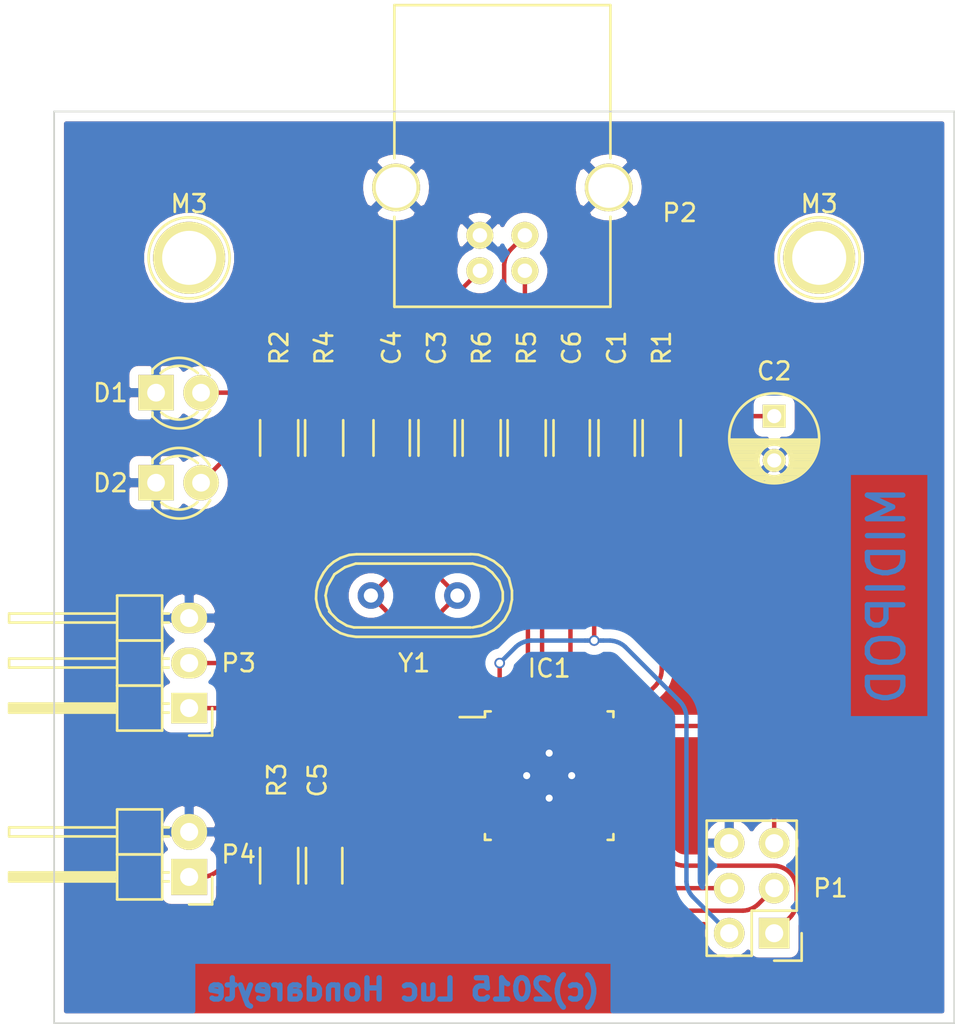
<source format=kicad_pcb>
(kicad_pcb (version 20240108) (generator "pcbnew") (generator_version "8.0")
  (layers (0 "F.Cu" signal) (31 "B.Cu" signal) (34 "B.Paste" user) (35 "F.Paste" user) (36 "B.SilkS" user "B.Silkscreen") (37 "F.SilkS" user "F.Silkscreen") (38 "B.Mask" user) (39 "F.Mask" user) (44 "Edge.Cuts" user))
  (net 0 "")
  (net 1 "+5V")
  (net 2 "GND")
  (net 3 "/XTAL1")
  (net 4 "/XTAL2")
  (net 5 "Net-(C5-Pad1)")
  (net 6 "Net-(C6-Pad1)")
  (net 7 "Net-(D1-Pad2)")
  (net 8 "Net-(D2-Pad2)")
  (net 9 "Net-(IC1-Pad5)")
  (net 10 "Net-(IC1-Pad6)")
  (net 11 "/INV1-A")
  (net 12 "/INV1-B")
  (net 13 "/SCK")
  (net 14 "/MOSI")
  (net 15 "/MISO")
  (net 16 "/RESET")
  (net 17 "/DATA+")
  (net 18 "/DATA-")
  (net 19 "Net-(P4-Pad1)")
  (net 20 "Net-(P2-Pad2)")
  (net 21 "Net-(P2-Pad3)")
  (footprint "Capacitors_SMD:C_1206_HandSoldering" (layer "F.Cu") (at 161.036 91.059 90)
    (property "Reference" "C1")
    (property "Value" "100n")
  )
  (footprint "Capacitors_ThroughHole:C_Radial_D5_L11_P2.5" (layer "F.Cu") (at 169.926 89.829 -90)
    (property "Reference" "C2")
    (property "Value" "10u")
  )
  (footprint "Capacitors_SMD:C_1206_HandSoldering" (layer "F.Cu") (at 150.876 91.059 90)
    (property "Reference" "C3")
    (property "Value" "22p")
  )
  (footprint "Capacitors_SMD:C_1206_HandSoldering" (layer "F.Cu") (at 148.336 91.059 90)
    (property "Reference" "C4")
    (property "Value" "22p")
  )
  (footprint "Capacitors_SMD:C_1206_HandSoldering" (layer "F.Cu") (at 144.526 115.189 -90)
    (property "Reference" "C5")
    (property "Value" "100n")
  )
  (footprint "Capacitors_SMD:C_1206_HandSoldering" (layer "F.Cu") (at 158.496 91.059 90)
    (property "Reference" "C6")
    (property "Value" "1u")
  )
  (footprint "LEDs:LED-3MM" (layer "F.Cu") (at 135.039444 88.504938)
    (property "Reference" "D1")
    (property "Value" "LED")
  )
  (footprint "LEDs:LED-3MM" (layer "F.Cu") (at 135.039444 93.584938)
    (property "Reference" "D2")
    (property "Value" "LED")
  )
  (footprint "Housings_QFP:TQFP-32_7x7mm_Pitch0.8mm" (layer "F.Cu") (at 157.226 110.109)
    (property "Reference" "IC1")
    (property "Value" "ATMEGA8U2")
  )
  (footprint "Pin_Headers:Pin_Header_Straight_2x03" (layer "F.Cu") (at 169.926 118.999 180)
    (property "Reference" "P1")
    (property "Value" "ISP")
  )
  (footprint "Pin_Headers:Pin_Header_Angled_1x03" (layer "F.Cu") (at 136.906 106.299 180)
    (property "Reference" "P3")
    (property "Value" "INV1")
  )
  (footprint "Connect:USB_B" (layer "F.Cu") (at 153.314752 81.62798 90)
    (property "Reference" "P2")
    (property "Value" "USB")
  )
  (footprint "Resistors_SMD:R_1206_HandSoldering" (layer "F.Cu") (at 163.576 91.059 -90)
    (property "Reference" "R1")
    (property "Value" "4K7")
  )
  (footprint "Resistors_SMD:R_1206_HandSoldering" (layer "F.Cu") (at 141.986 91.059 -90)
    (property "Reference" "R2")
    (property "Value" "560R")
  )
  (footprint "Resistors_SMD:R_1206_HandSoldering" (layer "F.Cu") (at 141.986 115.189 -90)
    (property "Reference" "R3")
    (property "Value" "1K")
  )
  (footprint "Resistors_SMD:R_1206_HandSoldering" (layer "F.Cu") (at 144.526 91.059 -90)
    (property "Reference" "R4")
    (property "Value" "560R")
  )
  (footprint "Resistors_SMD:R_1206_HandSoldering" (layer "F.Cu") (at 155.956 91.059 -90)
    (property "Reference" "R5")
    (property "Value" "22R")
  )
  (footprint "Resistors_SMD:R_1206_HandSoldering" (layer "F.Cu") (at 153.416 91.059 -90)
    (property "Reference" "R6")
    (property "Value" "22R")
  )
  (footprint "Crystals:Crystal_HC49-U_Vertical" (layer "F.Cu") (at 149.606 99.949 180)
    (property "Reference" "Y1")
    (property "Value" "Crystal")
  )
  (footprint "Pin_Headers:Pin_Header_Angled_1x02" (layer "F.Cu") (at 136.906 115.824 180)
    (property "Reference" "P4")
    (property "Value" "SW1")
  )
  (footprint "Connect:1pin" (layer "F.Cu") (at 136.906 80.899)
    (property "Reference" "M3")
    (property "Value" "1pin")
  )
  (footprint "Connect:1pin" (layer "F.Cu") (at 172.466 80.899)
    (property "Reference" "M3")
    (property "Value" "1pin")
  )
  (gr_line (start 129.286 72.644) (end 180.086 72.644) (stroke (width 0.1)) (layer "Edge.Cuts"))
  (gr_line (start 180.086 124.079) (end 129.286 124.079) (stroke (width 0.1)) (layer "Edge.Cuts"))
  (gr_line (start 129.286 124.079) (end 129.286 72.644) (stroke (width 0.1)) (layer "Edge.Cuts"))
  (gr_line (start 180.086 72.644) (end 180.086 124.079) (stroke (width 0.1)) (layer "Edge.Cuts"))
  (gr_text "MIDIPOD" (at 176.276 99.949 90) (layer "B.Cu") (effects (font (size 2 2) (thickness 0.3)) (justify mirror)))
  (gr_text "(c)2015 Luc Hondareyte" (at 148.971 122.174 0) (layer "B.Cu") (effects (font (size 1.2 1.2) (thickness 0.3)) (justify mirror)))
  (segment (start 151.354211 83.595786) (end 153.312487 81.63751) (width 0.25) (layer "F.Cu") (net 1))
  (segment (start 153.488593 109.709) (end 153.764309 109.709) (width 0.25) (layer "F.Cu") (net 1))
  (segment (start 148.050249 83.947) (end 148.044296 83.947) (width 0.25) (layer "F.Cu") (net 1))
  (segment (start 150.746558 109.669819) (end 150.877662 109.695897) (width 0.25) (layer "F.Cu") (net 1))
  (segment (start 150.377259 109.51685) (end 150.266115 109.442586) (width 0.25) (layer "F.Cu") (net 1))
  (segment (start 148.024452 83.947) (end 148.030406 83.947) (width 0.25) (layer "F.Cu") (net 1))
  (segment (start 148.089937 83.947) (end 148.085968 83.947) (width 0.25) (layer "F.Cu") (net 1))
  (segment (start 148.050249 83.947) (end 148.054218 83.947) (width 0.25) (layer "F.Cu") (net 1))
  (segment (start 166.674214 89.183769) (end 166.788115 89.244651) (width 0.25) (layer "F.Cu") (net 1))
  (segment (start 155.210627 106.142323) (end 155.226 106.219602) (width 0.25) (layer "F.Cu") (net 1))
  (segment (start 154.865395 105.859) (end 154.786602 105.859) (width 0.25) (layer "F.Cu") (net 1))
  (segment (start 147.415696 84.105301) (end 146.401211 85.119786) (width 0.25) (layer "F.Cu") (net 1))
  (segment (start 160.958016 97.304355) (end 160.906862 97.427851) (width 0.25) (layer "F.Cu") (net 1))
  (segment (start 148.121687 83.947) (end 148.085968 83.947) (width 0.25) (layer "F.Cu") (net 1))
  (segment (start 150.618643 109.631016) (end 150.495146 109.579862) (width 0.25) (layer "F.Cu") (net 1))
  (segment (start 154.432 104.799259) (end 154.432 103.759) (width 0.25) (layer "F.Cu") (net 1))
  (segment (start 167.293882 89.643347) (end 167.186496 89.571594) (width 0.25) (layer "F.Cu") (net 1))
  (segment (start 145.972016 96.542355) (end 145.920862 96.665851) (width 0.25) (layer "F.Cu") (net 1))
  (segment (start 154.428004 104.807132) (end 154.427445 104.807969) (width 0.25) (layer "F.Cu") (net 1))
  (segment (start 162.306 90.968173) (end 162.306 91.099824) (width 0.25) (layer "F.Cu") (net 1))
  (segment (start 150.377259 109.51685) (end 150.495146 109.579862) (width 0.25) (layer "F.Cu") (net 1))
  (segment (start 162.382801 90.582059) (end 162.433181 90.460432) (width 0.25) (layer "F.Cu") (net 1))
  (segment (start 150.162786 109.357786) (end 144.496211 103.691211) (width 0.25) (layer "F.Cu") (net 1))
  (segment (start 148.11375 83.947) (end 148.101843 83.947) (width 0.25) (layer "F.Cu") (net 1))
  (segment (start 154.427445 104.807969) (end 154.426971 104.808857) (width 0.25) (layer "F.Cu") (net 1))
  (segment (start 154.441371 105.575674) (end 154.471524 105.64847) (width 0.25) (layer "F.Cu") (net 1))
  (segment (start 153.195682 109.709) (end 153.049227 109.709) (width 0.25) (layer "F.Cu") (net 1))
  (segment (start 144.145 102.843309) (end 144.145 99.048689) (width 0.25) (layer "F.Cu") (net 1))
  (segment (start 148.018499 83.947) (end 148.01453 83.947) (width 0.25) (layer "F.Cu") (net 1))
  (segment (start 148.062155 83.947) (end 148.050249 83.947) (width 0.25) (layer "F.Cu") (net 1))
  (segment (start 154.156355 109.631016) (end 154.02844 109.669818) (width 0.25) (layer "F.Cu") (net 1))
  (segment (start 148.137562 83.947) (end 148.11375 83.947) (width 0.25) (layer "F.Cu") (net 1))
  (segment (start 159.843982 98.783643) (end 159.895135 98.660146) (width 0.25) (layer "F.Cu") (net 1))
  (segment (start 162.178816 91.607565) (end 162.116757 91.723669) (width 0.25) (layer "F.Cu") (net 1))
  (segment (start 144.158102 102.976337) (end 144.18418 103.10744) (width 0.25) (layer "F.Cu") (net 1))
  (segment (start 160.906862 97.427851) (end 160.84385 97.545738) (width 0.25) (layer "F.Cu") (net 1))
  (segment (start 148.01453 83.947) (end 148.006593 83.947) (width 0.25) (layer "F.Cu") (net 1))
  (segment (start 150.898355 83.869016) (end 150.77044 83.907819) (width 0.25) (layer "F.Cu") (net 1))
  (segment (start 144.337147 98.415259) (end 144.411411 98.304115) (width 0.25) (layer "F.Cu") (net 1))
  (segment (start 150.162786 109.357786) (end 150.266115 109.442586) (width 0.25) (layer "F.Cu") (net 1))
  (segment (start 167.650695 89.791144) (end 167.777365 89.81634) (width 0.25) (layer "F.Cu") (net 1))
  (segment (start 155.210627 106.142323) (end 155.180474 106.069527) (width 0.25) (layer "F.Cu") (net 1))
  (segment (start 153.314752 81.632045) (end 153.314667 81.632902) (width 0.25) (layer "F.Cu") (net 1))
  (segment (start 154.431703 104.801248) (end 154.431901 104.80026) (width 0.25) (layer "F.Cu") (net 1))
  (segment (start 153.314752 81.632045) (end 153.314752 81.62798) (width 0.25) (layer "F.Cu") (net 1))
  (segment (start 147.797872 83.947) (end 147.737913 83.952905) (width 0.25) (layer "F.Cu") (net 1))
  (segment (start 144.274135 98.533146) (end 144.222982 98.656643) (width 0.25) (layer "F.Cu") (net 1))
  (segment (start 148.062155 83.947) (end 148.078031 83.947) (width 0.25) (layer "F.Cu") (net 1))
  (segment (start 163.592742 89.086189) (end 163.603189 89.075742) (width 0.25) (layer "F.Cu") (net 1))
  (segment (start 162.267411 91.359957) (end 162.293095 91.230838) (width 0.25) (layer "F.Cu") (net 1))
  (segment (start 167.905895 89.829) (end 169.926 89.829) (width 0.25) (layer "F.Cu") (net 1))
  (segment (start 154.432 104.799259) (end 154.431901 104.80026) (width 0.25) (layer "F.Cu") (net 1))
  (segment (start 163.629121 89.061881) (end 163.615473 89.067535) (width 0.25) (layer "F.Cu") (net 1))
  (segment (start 154.428643 104.806354) (end 154.429354 104.805643) (width 0.25) (layer "F.Cu") (net 1))
  (segment (start 161.070096 92.834733) (end 161.058915 92.855653) (width 0.25) (layer "F.Cu") (net 1))
  (segment (start 148.024452 83.947) (end 148.01453 83.947) (width 0.25) (layer "F.Cu") (net 1))
  (segment (start 148.030406 83.947) (end 148.018499 83.947) (width 0.25) (layer "F.Cu") (net 1))
  (segment (start 147.67882 83.964658) (end 147.737913 83.952905) (width 0.25) (layer "F.Cu") (net 1))
  (segment (start 155.096862 108.762851) (end 155.03385 108.880738) (width 0.25) (layer "F.Cu") (net 1))
  (segment (start 154.709323 105.843627) (end 154.786602 105.859) (width 0.25) (layer "F.Cu") (net 1))
  (segment (start 154.959586 108.991882) (end 154.874786 109.095211) (width 0.25) (layer "F.Cu") (net 1))
  (segment (start 154.612211 109.357786) (end 154.508882 109.442586) (width 0.25) (layer "F.Cu") (net 1))
  (segment (start 150.639337 83.933897) (end 150.77044 83.907819) (width 0.25) (layer "F.Cu") (net 1))
  (segment (start 153.313033 81.636844) (end 153.312487 81.63751) (width 0.25) (layer "F.Cu") (net 1))
  (segment (start 163.576 89.144757) (end 163.576 89.126611) (width 0.25) (layer "F.Cu") (net 1))
  (segment (start 153.313917 81.635369) (end 153.313511 81.636128) (width 0.25) (layer "F.Cu") (net 1))
  (segment (start 162.56838 90.234865) (end 162.49524 90.344328) (width 0.25) (layer "F.Cu") (net 1))
  (segment (start 154.428643 104.806354) (end 154.428004 104.807132) (width 0.25) (layer "F.Cu") (net 1))
  (segment (start 148.085968 83.947) (end 148.078031 83.947) (width 0.25) (layer "F.Cu") (net 1))
  (segment (start 146.05 85.967689) (end 146.05 96.150309) (width 0.25) (layer "F.Cu") (net 1))
  (segment (start 162.043616 91.833131) (end 161.960099 91.934898) (width 0.25) (layer "F.Cu") (net 1))
  (segment (start 161.036 93.1215) (end 161.036 93.0965) (width 0.25) (layer "F.Cu") (net 1))
  (segment (start 151.01069 109.709) (end 152.463405 109.709) (width 0.25) (layer "F.Cu") (net 1))
  (segment (start 148.030406 83.947) (end 148.028421 83.947) (width 0.25) (layer "F.Cu") (net 1))
  (segment (start 167.527105 89.753653) (end 167.407783 89.704228) (width 0.25) (layer "F.Cu") (net 1))
  (segment (start 161.036 92.972241) (end 161.036 92.947138) (width 0.25) (layer "F.Cu") (net 1))
  (segment (start 148.040327 83.947) (end 147.797872 83.947) (width 0.25) (layer "F.Cu") (net 1))
  (segment (start 148.089937 83.947) (end 148.093906 83.947) (width 0.25) (layer "F.Cu") (net 1))
  (segment (start 161.038324 92.923532) (end 161.036 92.947138) (width 0.25) (layer "F.Cu") (net 1))
  (segment (start 159.805179 98.911558) (end 159.779102 99.042661) (width 0.25) (layer "F.Cu") (net 1))
  (segment (start 161.036 93.045757) (end 161.036 93.0715) (width 0.25) (layer "F.Cu") (net 1))
  (segment (start 148.006593 83.947) (end 147.955 83.947) (width 0.25) (layer "F.Cu") (net 1))
  (segment (start 154.426294 104.810749) (end 154.426098 104.811737) (width 0.25) (layer "F.Cu") (net 1))
  (segment (start 148.093906 83.947) (end 148.101843 83.947) (width 0.25) (layer "F.Cu") (net 1))
  (segment (start 154.426 105.498395) (end 154.426 104.812738) (width 0.25) (layer "F.Cu") (net 1))
  (segment (start 167.527105 89.753653) (end 167.650695 89.791144) (width 0.25) (layer "F.Cu") (net 1))
  (segment (start 146.010819 96.41444) (end 145.972016 96.542355) (width 0.25) (layer "F.Cu") (net 1))
  (segment (start 162.229196 91.485937) (end 162.178816 91.607565) (width 0.25) (layer "F.Cu") (net 1))
  (segment (start 145.783586 96.894882) (end 145.698786 96.998211) (width 0.25) (layer "F.Cu") (net 1))
  (segment (start 148.044296 83.947) (end 148.038343 83.947) (width 0.25) (layer "F.Cu") (net 1))
  (segment (start 148.038343 83.947) (end 148.040327 83.947) (width 0.25) (layer "F.Cu") (net 1))
  (segment (start 162.043616 91.833131) (end 162.116757 91.723669) (width 0.25) (layer "F.Cu") (net 1))
  (segment (start 163.578881 89.112121) (end 163.576 89.126611) (width 0.25) (layer "F.Cu") (net 1))
  (segment (start 148.028421 83.947) (end 148.024452 83.947) (width 0.25) (layer "F.Cu") (net 1))
  (segment (start 154.426586 104.809786) (end 154.426294 104.810749) (width 0.25) (layer "F.Cu") (net 1))
  (segment (start 153.897337 109.695897) (end 153.764309 109.709) (width 0.25) (layer "F.Cu") (net 1))
  (segment (start 153.313033 81.636844) (end 153.313511 81.636128) (width 0.25) (layer "F.Cu") (net 1))
  (segment (start 144.222982 98.656643) (end 144.184179 98.784558) (width 0.25) (layer "F.Cu") (net 1))
  (segment (start 160.769586 97.656882) (end 160.84385 97.545738) (width 0.25) (layer "F.Cu") (net 1))
  (segment (start 166.895501 89.316404) (end 166.788115 89.244651) (width 0.25) (layer "F.Cu") (net 1))
  (segment (start 153.314498 81.633747) (end 153.314248 81.634571) (width 0.25) (layer "F.Cu") (net 1))
  (segment (start 154.429992 104.804865) (end 154.429354 104.805643) (width 0.25) (layer "F.Cu") (net 1))
  (segment (start 145.698786 96.998211) (end 144.496211 98.200786) (width 0.25) (layer "F.Cu") (net 1))
  (segment (start 154.426 105.498395) (end 154.441371 105.575674) (width 0.25) (layer "F.Cu") (net 1))
  (segment (start 148.054218 83.947) (end 148.062155 83.947) (width 0.25) (layer "F.Cu") (net 1))
  (segment (start 153.314498 81.633747) (end 153.314667 81.632902) (width 0.25) (layer "F.Cu") (net 1))
  (segment (start 146.063101 85.834661) (end 146.05 85.967689) (width 0.25) (layer "F.Cu") (net 1))
  (segment (start 154.959586 108.991882) (end 155.03385 108.880738) (width 0.25) (layer "F.Cu") (net 1))
  (segment (start 148.093906 83.947) (end 148.028421 83.947) (width 0.25) (layer "F.Cu") (net 1))
  (segment (start 162.318903 90.837159) (end 162.306 90.968173) (width 0.25) (layer "F.Cu") (net 1))
  (segment (start 153.195682 109.709) (end 153.342138 109.709) (width 0.25) (layer "F.Cu") (net 1))
  (segment (start 154.02844 109.669818) (end 153.897337 109.695897) (width 0.25) (layer "F.Cu") (net 1))
  (segment (start 154.431411 104.802211) (end 154.431026 104.80314) (width 0.25) (layer "F.Cu") (net 1))
  (segment (start 150.506309 83.947) (end 148.137562 83.947) (width 0.25) (layer "F.Cu") (net 1))
  (segment (start 160.769586 97.656882) (end 160.684786 97.760211) (width 0.25) (layer "F.Cu") (net 1))
  (segment (start 161.960099 91.934898) (end 161.098322 92.796675) (width 0.25) (layer "F.Cu") (net 1))
  (segment (start 148.040327 83.947) (end 148.044296 83.947) (width 0.25) (layer "F.Cu") (net 1))
  (segment (start 155.226 106.219602) (end 155.226 108.247309) (width 0.25) (layer "F.Cu") (net 1))
  (segment (start 144.411411 103.587882) (end 144.496211 103.691211) (width 0.25) (layer "F.Cu") (net 1))
  (segment (start 144.411411 103.587882) (end 144.337147 103.476738) (width 0.25) (layer "F.Cu") (net 1))
  (segment (start 150.898355 83.869016) (end 151.021851 83.817862) (width 0.25) (layer "F.Cu") (net 1))
  (segment (start 154.426586 104.809786) (end 154.426971 104.808857) (width 0.25) (layer "F.Cu") (net 1))
  (segment (start 154.709323 105.843627) (end 154.636527 105.813474) (width 0.25) (layer "F.Cu") (net 1))
  (segment (start 167.293882 89.643347) (end 167.407783 89.704228) (width 0.25) (layer "F.Cu") (net 1))
  (segment (start 150.877662 109.695897) (end 151.01069 109.709) (width 0.25) (layer "F.Cu") (net 1))
  (segment (start 166.431302 89.096855) (end 166.554893 89.134345) (width 0.25) (layer "F.Cu") (net 1))
  (segment (start 148.101843 83.947) (end 148.089937 83.947) (width 0.25) (layer "F.Cu") (net 1))
  (segment (start 154.515299 105.713984) (end 154.571013 105.769699) (width 0.25) (layer "F.Cu") (net 1))
  (segment (start 148.038343 83.947) (end 148.038343 83.947) (width 0.25) (layer "F.Cu") (net 1))
  (segment (start 145.783586 96.894882) (end 145.85785 96.783738) (width 0.25) (layer "F.Cu") (net 1))
  (segment (start 162.267411 91.359957) (end 162.229196 91.485937) (width 0.25) (layer "F.Cu") (net 1))
  (segment (start 161.042951 92.900267) (end 161.038324 92.923532) (width 0.25) (layer "F.Cu") (net 1))
  (segment (start 148.030406 83.947) (end 148.03239 83.947) (width 0.25) (layer "F.Cu") (net 1))
  (segment (start 163.584534 89.098472) (end 163.578881 89.112121) (width 0.25) (layer "F.Cu") (net 1))
  (segment (start 161.036 96.912309) (end 161.022897 97.045337) (width 0.25) (layer "F.Cu") (net 1))
  (segment (start 163.615473 89.067535) (end 163.603189 89.075742) (width 0.25) (layer "F.Cu") (net 1))
  (segment (start 162.344586 90.708039) (end 162.318903 90.837159) (width 0.25) (layer "F.Cu") (net 1))
  (segment (start 155.186818 108.51144) (end 155.148016 108.639355) (width 0.25) (layer "F.Cu") (net 1))
  (segment (start 163.643611 89.059) (end 163.629121 89.061881) (width 0.25) (layer "F.Cu") (net 1))
  (segment (start 154.156355 109.631016) (end 154.279851 109.579862) (width 0.25) (layer "F.Cu") (net 1))
  (segment (start 160.996819 97.17644) (end 160.958016 97.304355) (width 0.25) (layer "F.Cu") (net 1))
  (segment (start 161.070096 92.834733) (end 161.083275 92.815011) (width 0.25) (layer "F.Cu") (net 1))
  (segment (start 148.036359 83.947) (end 148.030406 83.947) (width 0.25) (layer "F.Cu") (net 1))
  (segment (start 166.304632 89.071659) (end 166.176102 89.059) (width 0.25) (layer "F.Cu") (net 1))
  (segment (start 154.942674 105.874371) (end 155.01547 105.904524) (width 0.25) (layer "F.Cu") (net 1))
  (segment (start 146.127982 85.575643) (end 146.179135 85.452146) (width 0.25) (layer "F.Cu") (net 1))
  (segment (start 147.565501 84.005204) (end 147.621165 83.982148) (width 0.25) (layer "F.Cu") (net 1))
  (segment (start 163.643611 89.059) (end 166.176102 89.059) (width 0.25) (layer "F.Cu") (net 1))
  (segment (start 166.304632 89.071659) (end 166.431302 89.096855) (width 0.25) (layer "F.Cu") (net 1))
  (segment (start 151.139738 83.75485) (end 151.021851 83.817862) (width 0.25) (layer "F.Cu") (net 1))
  (segment (start 144.158101 98.915661) (end 144.145 99.048689) (width 0.25) (layer "F.Cu") (net 1))
  (segment (start 151.354211 83.595786) (end 151.250882 83.680586) (width 0.25) (layer "F.Cu") (net 1))
  (segment (start 161.036 93.0715) (end 161.036 93.0965) (width 0.25) (layer "F.Cu") (net 1))
  (segment (start 148.03239 83.947) (end 148.038343 83.947) (width 0.25) (layer "F.Cu") (net 1))
  (segment (start 166.895501 89.316404) (end 166.995336 89.398336) (width 0.25) (layer "F.Cu") (net 1))
  (segment (start 160.684786 97.760211) (end 160.117211 98.327786) (width 0.25) (layer "F.Cu") (net 1))
  (segment (start 154.471524 105.64847) (end 154.515299 105.713984) (width 0.25) (layer "F.Cu") (net 1))
  (segment (start 153.488593 109.709) (end 153.342138 109.709) (width 0.25) (layer "F.Cu") (net 1))
  (segment (start 155.136699 106.004013) (end 155.180474 106.069527) (width 0.25) (layer "F.Cu") (net 1))
  (segment (start 151.250882 83.680586) (end 151.139738 83.75485) (width 0.25) (layer "F.Cu") (net 1))
  (segment (start 161.036 93.021252) (end 161.036 93.045757) (width 0.25) (layer "F.Cu") (net 1))
  (segment (start 145.920862 96.665851) (end 145.85785 96.783738) (width 0.25) (layer "F.Cu") (net 1))
  (segment (start 148.006593 83.947) (end 148.018499 83.947) (width 0.25) (layer "F.Cu") (net 1))
  (segment (start 154.508882 109.442586) (end 154.397738 109.51685) (width 0.25) (layer "F.Cu") (net 1))
  (segment (start 163.550425 89.227197) (end 163.540541 89.24199) (width 0.25) (layer "F.Cu") (net 1))
  (segment (start 159.958147 98.542259) (end 159.895135 98.660146) (width 0.25) (layer "F.Cu") (net 1))
  (segment (start 162.49524 90.344328) (end 162.433181 90.460432) (width 0.25) (layer "F.Cu") (net 1))
  (segment (start 161.036 93.1215) (end 161.036 93.1465) (width 0.25) (layer "F.Cu") (net 1))
  (segment (start 162.382801 90.582059) (end 162.344586 90.708039) (width 0.25) (layer "F.Cu") (net 1))
  (segment (start 155.01547 105.904524) (end 155.080984 105.948299) (width 0.25) (layer "F.Cu") (net 1))
  (segment (start 163.566333 89.19335) (end 163.558812 89.211508) (width 0.25) (layer "F.Cu") (net 1))
  (segment (start 146.05 96.150309) (end 146.036897 96.283337) (width 0.25) (layer "F.Cu") (net 1))
  (segment (start 153.314248 81.634571) (end 153.313917 81.635369) (width 0.25) (layer "F.Cu") (net 1))
  (segment (start 159.843982 98.783643) (end 159.805179 98.911558) (width 0.25) (layer "F.Cu") (net 1))
  (segment (start 163.571142 89.177495) (end 163.574375 89.161246) (width 0.25) (layer "F.Cu") (net 1))
  (segment (start 162.651898 90.133099) (end 163.529255 89.255742) (width 0.25) (layer "F.Cu") (net 1))
  (segment (start 154.571013 105.769699) (end 154.636527 105.813474) (width 0.25) (layer "F.Cu") (net 1))
  (segment (start 144.158101 98.915661) (end 144.184179 98.784558) (width 0.25) (layer "F.Cu") (net 1))
  (segment (start 155.186818 108.51144) (end 155.212897 108.380337) (width 0.25) (layer "F.Cu") (net 1))
  (segment (start 150.639337 83.933897) (end 150.506309 83.947) (width 0.25) (layer "F.Cu") (net 1))
  (segment (start 144.145 102.843309) (end 144.158102 102.976337) (width 0.25) (layer "F.Cu") (net 1))
  (segment (start 154.942674 105.874371) (end 154.865395 105.859) (width 0.25) (layer "F.Cu") (net 1))
  (segment (start 152.60986 109.709) (end 152.463405 109.709) (width 0.25) (layer "F.Cu") (net 1))
  (segment (start 146.127982 85.575643) (end 146.089179 85.703558) (width 0.25) (layer "F.Cu") (net 1))
  (segment (start 148.121687 83.947) (end 148.137562 83.947) (width 0.25) (layer "F.Cu") (net 1))
  (segment (start 167.086661 89.489661) (end 167.186496 89.571594) (width 0.25) (layer "F.Cu") (net 1))
  (segment (start 148.030406 83.947) (end 148.03239 83.947) (width 0.25) (layer "F.Cu") (net 1))
  (segment (start 163.592742 89.086189) (end 163.584534 89.098472) (width 0.25) (layer "F.Cu") (net 1))
  (segment (start 144.274135 103.358851) (end 144.222982 103.235355) (width 0.25) (layer "F.Cu") (net 1))
  (segment (start 154.612211 109.357786) (end 154.874786 109.095211) (width 0.25) (layer "F.Cu") (net 1))
  (segment (start 161.036 92.996746) (end 161.036 93.021252) (width 0.25) (layer "F.Cu") (net 1))
  (segment (start 147.512365 84.033606) (end 147.46227 84.067079) (width 0.25) (layer "F.Cu") (net 1))
  (segment (start 154.431026 104.80314) (end 154.430552 104.804028) (width 0.25) (layer "F.Cu") (net 1))
  (segment (start 155.226 108.247309) (end 155.212897 108.380337) (width 0.25) (layer "F.Cu") (net 1))
  (segment (start 162.306 91.099824) (end 162.293095 91.230838) (width 0.25) (layer "F.Cu") (net 1))
  (segment (start 148.038343 83.947) (end 148.036359 83.947) (width 0.25) (layer "F.Cu") (net 1))
  (segment (start 152.902771 109.709) (end 153.049227 109.709) (width 0.25) (layer "F.Cu") (net 1))
  (segment (start 152.902771 109.709) (end 152.756316 109.709) (width 0.25) (layer "F.Cu") (net 1))
  (segment (start 161.036 96.912309) (end 161.036 93.1465) (width 0.25) (layer "F.Cu") (net 1))
  (segment (start 144.18418 103.10744) (end 144.222982 103.235355) (width 0.25) (layer "F.Cu") (net 1))
  (segment (start 163.576 89.144757) (end 163.574375 89.161246) (width 0.25) (layer "F.Cu") (net 1))
  (segment (start 155.096862 108.762851) (end 155.148016 108.639355) (width 0.25) (layer "F.Cu") (net 1))
  (segment (start 159.958147 98.542259) (end 160.032411 98.431115) (width 0.25) (layer "F.Cu") (net 1))
  (segment (start 146.242147 85.334259) (end 146.179135 85.452146) (width 0.25) (layer "F.Cu") (net 1))
  (segment (start 163.571142 89.177495) (end 163.566333 89.19335) (width 0.25) (layer "F.Cu") (net 1))
  (segment (start 160.117211 98.327786) (end 160.032411 98.431115) (width 0.25) (layer "F.Cu") (net 1))
  (segment (start 161.022897 97.045337) (end 160.996819 97.17644) (width 0.25) (layer "F.Cu") (net 1))
  (segment (start 146.063101 85.834661) (end 146.089179 85.703558) (width 0.25) (layer "F.Cu") (net 1))
  (segment (start 154.426098 104.811737) (end 154.426 104.812738) (width 0.25) (layer "F.Cu") (net 1))
  (segment (start 147.46227 84.067079) (end 147.415696 84.105301) (width 0.25) (layer "F.Cu") (net 1))
  (segment (start 144.274135 103.358851) (end 144.337147 103.476738) (width 0.25) (layer "F.Cu") (net 1))
  (segment (start 159.779102 99.042661) (end 159.766 99.175689) (width 0.25) (layer "F.Cu") (net 1))
  (segment (start 146.316411 85.223115) (end 146.242147 85.334259) (width 0.25) (layer "F.Cu") (net 1))
  (segment (start 147.67882 83.964658) (end 147.621165 83.982148) (width 0.25) (layer "F.Cu") (net 1))
  (segment (start 154.431703 104.801248) (end 154.431411 104.802211) (width 0.25) (layer "F.Cu") (net 1))
  (segment (start 146.036897 96.283337) (end 146.010819 96.41444) (width 0.25) (layer "F.Cu") (net 1))
  (segment (start 167.086661 89.489661) (end 166.995336 89.398336) (width 0.25) (layer "F.Cu") (net 1))
  (segment (start 159.766 99.175689) (end 159.766 102.489) (width 0.25) (layer "F.Cu") (net 1))
  (segment (start 161.058915 92.855653) (end 161.049837 92.877568) (width 0.25) (layer "F.Cu") (net 1))
  (segment (start 148.054218 83.947) (end 148.036359 83.947) (width 0.25) (layer "F.Cu") (net 1))
  (segment (start 161.098322 92.796675) (end 161.083275 92.815011) (width 0.25) (layer "F.Cu") (net 1))
  (segment (start 161.036 92.972241) (end 161.036 92.996746) (width 0.25) (layer "F.Cu") (net 1))
  (segment (start 148.078031 83.947) (end 148.089937 83.947) (width 0.25) (layer "F.Cu") (net 1))
  (segment (start 161.049837 92.877568) (end 161.042951 92.900267) (width 0.25) (layer "F.Cu") (net 1))
  (segment (start 162.651898 90.133099) (end 162.56838 90.234865) (width 0.25) (layer "F.Cu") (net 1))
  (segment (start 152.756316 109.709) (end 152.60986 109.709) (width 0.25) (layer "F.Cu") (net 1))
  (segment (start 148.034375 83.947) (end 148.034375 83.947) (width 0.25) (layer "F.Cu") (net 1))
  (segment (start 150.618643 109.631016) (end 150.746558 109.669819) (width 0.25) (layer "F.Cu") (net 1))
  (segment (start 144.496211 98.200786) (end 144.411411 98.304115) (width 0.25) (layer "F.Cu") (net 1))
  (segment (start 147.565501 84.005204) (end 147.512365 84.033606) (width 0.25) (layer "F.Cu") (net 1))
  (segment (start 146.401211 85.119786) (end 146.316411 85.223115) (width 0.25) (layer "F.Cu") (net 1))
  (segment (start 148.11375 83.947) (end 148.121687 83.947) (width 0.25) (layer "F.Cu") (net 1))
  (segment (start 154.397738 109.51685) (end 154.279851 109.579862) (width 0.25) (layer "F.Cu") (net 1))
  (segment (start 163.540541 89.24199) (end 163.529255 89.255742) (width 0.25) (layer "F.Cu") (net 1))
  (segment (start 148.089937 83.947) (end 148.089937 83.947) (width 0.25) (layer "F.Cu") (net 1))
  (segment (start 154.429992 104.804865) (end 154.430552 104.804028) (width 0.25) (layer "F.Cu") (net 1))
  (segment (start 144.337147 98.415259) (end 144.274135 98.533146) (width 0.25) (layer "F.Cu") (net 1))
  (segment (start 163.558812 89.211508) (end 163.550425 89.227197) (width 0.25) (layer "F.Cu") (net 1))
  (segment (start 167.777365 89.81634) (end 167.905895 89.829) (width 0.25) (layer "F.Cu") (net 1))
  (segment (start 155.136699 106.004013) (end 155.080984 105.948299) (width 0.25) (layer "F.Cu") (net 1))
  (segment (start 166.674214 89.183769) (end 166.554893 89.134345) (width 0.25) (layer "F.Cu") (net 1))
  (via (at 159.766 102.489) (size 0.6) (drill 0.4) (layers "F.Cu" "B.Cu") (net 1))
  (via (at 154.432 103.759) (size 0.6) (drill 0.4) (layers "F.Cu" "B.Cu") (net 1))
  (segment (start 164.621786 105.947786) (end 161.514211 102.840211) (width 0.25) (layer "B.Cu") (net 1))
  (segment (start 164.973 116.089309) (end 164.973 106.79569) (width 0.25) (layer "B.Cu") (net 1))
  (segment (start 165.324211 116.937211) (end 167.386 118.999) (width 0.25) (layer "B.Cu") (net 1))
  (segment (start 164.621786 105.947786) (end 164.706586 106.051115) (width 0.25) (layer "B.Cu") (net 1))
  (segment (start 160.799337 102.502101) (end 160.66631 102.489) (width 0.25) (layer "B.Cu") (net 1))
  (segment (start 159.985682 102.489) (end 160.132138 102.489) (width 0.25) (layer "B.Cu") (net 1))
  (segment (start 156.198689 102.489) (end 156.065661 102.502102) (width 0.25) (layer "B.Cu") (net 1))
  (segment (start 161.410882 102.755411) (end 161.514211 102.840211) (width 0.25) (layer "B.Cu") (net 1))
  (segment (start 159.985682 102.489) (end 159.839227 102.489) (width 0.25) (layer "B.Cu") (net 1))
  (segment (start 160.799337 102.502101) (end 160.93044 102.528179) (width 0.25) (layer "B.Cu") (net 1))
  (segment (start 165.165147 116.722738) (end 165.239411 116.833882) (width 0.25) (layer "B.Cu") (net 1))
  (segment (start 155.806642 102.566982) (end 155.683146 102.618135) (width 0.25) (layer "B.Cu") (net 1))
  (segment (start 159.253405 102.489) (end 156.198689 102.489) (width 0.25) (layer "B.Cu") (net 1))
  (segment (start 159.39986 102.489) (end 159.546316 102.489) (width 0.25) (layer "B.Cu") (net 1))
  (segment (start 155.934558 102.528179) (end 155.806642 102.566982) (width 0.25) (layer "B.Cu") (net 1))
  (segment (start 155.350786 102.840211) (end 154.432 103.759) (width 0.25) (layer "B.Cu") (net 1))
  (segment (start 161.058355 102.566981) (end 161.181851 102.618135) (width 0.25) (layer "B.Cu") (net 1))
  (segment (start 164.843862 106.280146) (end 164.895016 106.403643) (width 0.25) (layer "B.Cu") (net 1))
  (segment (start 164.78085 106.162259) (end 164.843862 106.280146) (width 0.25) (layer "B.Cu") (net 1))
  (segment (start 159.839227 102.489) (end 159.692771 102.489) (width 0.25) (layer "B.Cu") (net 1))
  (segment (start 155.565259 102.681147) (end 155.454115 102.755411) (width 0.25) (layer "B.Cu") (net 1))
  (segment (start 160.278593 102.489) (end 160.132138 102.489) (width 0.25) (layer "B.Cu") (net 1))
  (segment (start 165.01218 116.35344) (end 165.050982 116.481355) (width 0.25) (layer "B.Cu") (net 1))
  (segment (start 165.102135 116.604851) (end 165.165147 116.722738) (width 0.25) (layer "B.Cu") (net 1))
  (segment (start 165.102135 116.604851) (end 165.050982 116.481355) (width 0.25) (layer "B.Cu") (net 1))
  (segment (start 164.895016 106.403643) (end 164.933819 106.531558) (width 0.25) (layer "B.Cu") (net 1))
  (segment (start 164.959897 106.662662) (end 164.973 106.79569) (width 0.25) (layer "B.Cu") (net 1))
  (segment (start 164.959897 106.662662) (end 164.933819 106.531558) (width 0.25) (layer "B.Cu") (net 1))
  (segment (start 164.973 116.089309) (end 164.986102 116.222337) (width 0.25) (layer "B.Cu") (net 1))
  (segment (start 155.934558 102.528179) (end 156.065661 102.502102) (width 0.25) (layer "B.Cu") (net 1))
  (segment (start 164.706586 106.051115) (end 164.78085 106.162259) (width 0.25) (layer "B.Cu") (net 1))
  (segment (start 155.454115 102.755411) (end 155.350786 102.840211) (width 0.25) (layer "B.Cu") (net 1))
  (segment (start 159.39986 102.489) (end 159.253405 102.489) (width 0.25) (layer "B.Cu") (net 1))
  (segment (start 160.66631 102.489) (end 160.278593 102.489) (width 0.25) (layer "B.Cu") (net 1))
  (segment (start 159.692771 102.489) (end 159.546316 102.489) (width 0.25) (layer "B.Cu") (net 1))
  (segment (start 160.93044 102.528179) (end 161.058355 102.566981) (width 0.25) (layer "B.Cu") (net 1))
  (segment (start 155.683146 102.618135) (end 155.565259 102.681147) (width 0.25) (layer "B.Cu") (net 1))
  (segment (start 165.239411 116.833882) (end 165.324211 116.937211) (width 0.25) (layer "B.Cu") (net 1))
  (segment (start 161.181851 102.618135) (end 161.299738 102.681147) (width 0.25) (layer "B.Cu") (net 1))
  (segment (start 161.299738 102.681147) (end 161.410882 102.755411) (width 0.25) (layer "B.Cu") (net 1))
  (segment (start 164.986102 116.222337) (end 165.01218 116.35344) (width 0.25) (layer "B.Cu") (net 1))
  (segment (start 157.626 105.859) (end 157.626 108.60664) (width 0.25) (layer "F.Cu") (net 2))
  (segment (start 152.976 108.909) (end 151.3902 108.909) (width 0.25) (layer "F.Cu") (net 2))
  (via (at 158.496 110.109) (size 0.6) (drill 0.4) (layers "F.Cu" "B.Cu") (net 2))
  (via (at 155.956 110.109) (size 0.6) (drill 0.4) (layers "F.Cu" "B.Cu") (net 2))
  (via (at 157.226 111.379) (size 0.6) (drill 0.4) (layers "F.Cu" "B.Cu") (net 2))
  (via (at 157.226 108.839) (size 0.6) (drill 0.4) (layers "F.Cu" "B.Cu") (net 2))
  (segment (start 151.005135 101.101086) (end 150.953982 101.224583) (width 0.25) (layer "F.Cu") (net 3))
  (segment (start 150.91518 105.54644) (end 150.953982 105.674355) (width 0.25) (layer "F.Cu") (net 3))
  (segment (start 151.728187 99.630247) (end 151.227211 99.129271) (width 0.25) (layer "F.Cu") (net 3))
  (segment (start 151.83982 99.998247) (end 151.83982 99.89975) (width 0.25) (layer "F.Cu") (net 3))
  (segment (start 151.068147 98.914798) (end 151.142411 99.025942) (width 0.25) (layer "F.Cu") (net 3))
  (segment (start 151.005135 105.797851) (end 150.953982 105.674355) (width 0.25) (layer "F.Cu") (net 3))
  (segment (start 152.589919 107.302373) (end 152.657197 107.309) (width 0.25) (layer "F.Cu") (net 3))
  (segment (start 151.005135 105.797851) (end 151.068147 105.915738) (width 0.25) (layer "F.Cu") (net 3))
  (segment (start 151.142411 99.025942) (end 151.227211 99.129271) (width 0.25) (layer "F.Cu") (net 3))
  (segment (start 152.336843 107.21182) (end 152.396464 107.243689) (width 0.25) (layer "F.Cu") (net 3))
  (segment (start 150.889101 101.483601) (end 150.876 101.616629) (width 0.25) (layer "F.Cu") (net 3))
  (segment (start 152.657197 107.309) (end 152.976 107.309) (width 0.25) (layer "F.Cu") (net 3))
  (segment (start 150.876 105.282309) (end 150.889102 105.415337) (width 0.25) (layer "F.Cu") (net 3))
  (segment (start 151.068147 100.983199) (end 151.005135 101.101086) (width 0.25) (layer "F.Cu") (net 3))
  (segment (start 150.889101 101.483601) (end 150.915179 101.352498) (width 0.25) (layer "F.Cu") (net 3))
  (segment (start 152.458922 107.26956) (end 152.396464 107.243689) (width 0.25) (layer "F.Cu") (net 3))
  (segment (start 151.142411 100.872055) (end 151.068147 100.983199) (width 0.25) (layer "F.Cu") (net 3))
  (segment (start 151.227211 100.768726) (end 151.728187 100.26775) (width 0.25) (layer "F.Cu") (net 3))
  (segment (start 150.876 98.28137) (end 150.876 93.059) (width 0.25) (layer "F.Cu") (net 3))
  (segment (start 151.728187 99.630247) (end 151.78291 99.712145) (width 0.25) (layer "F.Cu") (net 3))
  (segment (start 151.820603 100.094852) (end 151.78291 100.185852) (width 0.25) (layer "F.Cu") (net 3))
  (segment (start 151.142411 106.026882) (end 151.227211 106.130211) (width 0.25) (layer "F.Cu") (net 3))
  (segment (start 151.227211 100.768726) (end 151.142411 100.872055) (width 0.25) (layer "F.Cu") (net 3))
  (segment (start 151.142411 106.026882) (end 151.068147 105.915738) (width 0.25) (layer "F.Cu") (net 3))
  (segment (start 152.458922 107.26956) (end 152.523614 107.289184) (width 0.25) (layer "F.Cu") (net 3))
  (segment (start 150.915179 98.5455) (end 150.953981 98.673415) (width 0.25) (layer "F.Cu") (net 3))
  (segment (start 151.005135 98.796911) (end 150.953981 98.673415) (width 0.25) (layer "F.Cu") (net 3))
  (segment (start 152.280633 107.174262) (end 152.336843 107.21182) (width 0.25) (layer "F.Cu") (net 3))
  (segment (start 151.005135 98.796911) (end 151.068147 98.914798) (width 0.25) (layer "F.Cu") (net 3))
  (segment (start 151.78291 100.185852) (end 151.728187 100.26775) (width 0.25) (layer "F.Cu") (net 3))
  (segment (start 150.889101 98.414397) (end 150.915179 98.5455) (width 0.25) (layer "F.Cu") (net 3))
  (segment (start 150.876 101.616629) (end 150.876 105.282309) (width 0.25) (layer "F.Cu") (net 3))
  (segment (start 150.889102 105.415337) (end 150.91518 105.54644) (width 0.25) (layer "F.Cu") (net 3))
  (segment (start 152.589919 107.302373) (end 152.523614 107.289184) (width 0.25) (layer "F.Cu") (net 3))
  (segment (start 151.83982 99.998247) (end 151.820603 100.094852) (width 0.25) (layer "F.Cu") (net 3))
  (segment (start 152.228374 107.131374) (end 152.280633 107.174262) (width 0.25) (layer "F.Cu") (net 3))
  (segment (start 152.228374 107.131374) (end 151.227211 106.130211) (width 0.25) (layer "F.Cu") (net 3))
  (segment (start 151.820604 99.803145) (end 151.83982 99.89975) (width 0.25) (layer "F.Cu") (net 3))
  (segment (start 151.820604 99.803145) (end 151.78291 99.712145) (width 0.25) (layer "F.Cu") (net 3))
  (segment (start 150.876 98.28137) (end 150.889101 98.414397) (width 0.25) (layer "F.Cu") (net 3))
  (segment (start 150.953982 101.224583) (end 150.915179 101.352498) (width 0.25) (layer "F.Cu") (net 3))
  (segment (start 147.391394 99.803145) (end 147.372179 99.89975) (width 0.25) (layer "F.Cu") (net 4))
  (segment (start 147.984786 99.129271) (end 147.48381 99.630247) (width 0.25) (layer "F.Cu") (net 4))
  (segment (start 148.206862 98.796911) (end 148.14385 98.914798) (width 0.25) (layer "F.Cu") (net 4))
  (segment (start 147.984786 100.768726) (end 148.069586 100.872055) (width 0.25) (layer "F.Cu") (net 4))
  (segment (start 152.023489 108.036348) (end 152.142659 108.072498) (width 0.25) (layer "F.Cu") (net 4))
  (segment (start 148.336 98.281369) (end 148.322897 98.414397) (width 0.25) (layer "F.Cu") (net 4))
  (segment (start 147.391394 100.094852) (end 147.429088 100.185852) (width 0.25) (layer "F.Cu") (net 4))
  (segment (start 147.429087 99.712145) (end 147.391394 99.803145) (width 0.25) (layer "F.Cu") (net 4))
  (segment (start 148.322897 101.483602) (end 148.296819 101.352498) (width 0.25) (layer "F.Cu") (net 4))
  (segment (start 151.798608 107.929987) (end 151.695062 107.860799) (width 0.25) (layer "F.Cu") (net 4))
  (segment (start 152.142659 108.072498) (end 152.264799 108.096793) (width 0.25) (layer "F.Cu") (net 4))
  (segment (start 148.258016 101.224583) (end 148.296819 101.352498) (width 0.25) (layer "F.Cu") (net 4))
  (segment (start 147.429088 100.185852) (end 147.48381 100.26775) (width 0.25) (layer "F.Cu") (net 4))
  (segment (start 148.687211 104.870211) (end 151.598796 107.781796) (width 0.25) (layer "F.Cu") (net 4))
  (segment (start 152.023489 108.036348) (end 151.908435 107.988691) (width 0.25) (layer "F.Cu") (net 4))
  (segment (start 148.069586 99.025942) (end 147.984786 99.129271) (width 0.25) (layer "F.Cu") (net 4))
  (segment (start 148.296818 98.5455) (end 148.322897 98.414397) (width 0.25) (layer "F.Cu") (net 4))
  (segment (start 148.322897 101.483602) (end 148.336 101.61663) (width 0.25) (layer "F.Cu") (net 4))
  (segment (start 151.798608 107.929987) (end 151.908435 107.988691) (width 0.25) (layer "F.Cu") (net 4))
  (segment (start 152.388732 108.109) (end 152.976 108.109) (width 0.25) (layer "F.Cu") (net 4))
  (segment (start 147.48381 100.26775) (end 147.984786 100.768726) (width 0.25) (layer "F.Cu") (net 4))
  (segment (start 148.336 98.281369) (end 148.336 93.059) (width 0.25) (layer "F.Cu") (net 4))
  (segment (start 147.372179 99.998247) (end 147.372179 99.89975) (width 0.25) (layer "F.Cu") (net 4))
  (segment (start 148.375179 104.28644) (end 148.349101 104.155337) (width 0.25) (layer "F.Cu") (net 4))
  (segment (start 148.206862 101.101086) (end 148.258016 101.224583) (width 0.25) (layer "F.Cu") (net 4))
  (segment (start 152.264799 108.096793) (end 152.388732 108.109) (width 0.25) (layer "F.Cu") (net 4))
  (segment (start 148.413981 104.414355) (end 148.465135 104.537851) (width 0.25) (layer "F.Cu") (net 4))
  (segment (start 148.14385 100.983199) (end 148.069586 100.872055) (width 0.25) (layer "F.Cu") (net 4))
  (segment (start 148.602411 104.766882) (end 148.687211 104.870211) (width 0.25) (layer "F.Cu") (net 4))
  (segment (start 148.336 101.61663) (end 148.336 104.02231) (width 0.25) (layer "F.Cu") (net 4))
  (segment (start 148.14385 100.983199) (end 148.206862 101.101086) (width 0.25) (layer "F.Cu") (net 4))
  (segment (start 148.375179 104.28644) (end 148.413981 104.414355) (width 0.25) (layer "F.Cu") (net 4))
  (segment (start 147.372179 99.998247) (end 147.391394 100.094852) (width 0.25) (layer "F.Cu") (net 4))
  (segment (start 148.14385 98.914798) (end 148.069586 99.025942) (width 0.25) (layer "F.Cu") (net 4))
  (segment (start 148.296818 98.5455) (end 148.258016 98.673415) (width 0.25) (layer "F.Cu") (net 4))
  (segment (start 148.206862 98.796911) (end 148.258016 98.673415) (width 0.25) (layer "F.Cu") (net 4))
  (segment (start 148.465135 104.537851) (end 148.528147 104.655738) (width 0.25) (layer "F.Cu") (net 4))
  (segment (start 147.48381 99.630247) (end 147.429087 99.712145) (width 0.25) (layer "F.Cu") (net 4))
  (segment (start 151.598796 107.781796) (end 151.695062 107.860799) (width 0.25) (layer "F.Cu") (net 4))
  (segment (start 148.602411 104.766882) (end 148.528147 104.655738) (width 0.25) (layer "F.Cu") (net 4))
  (segment (start 148.336 104.02231) (end 148.349101 104.155337) (width 0.25) (layer "F.Cu") (net 4))
  (segment (start 147.567882 113.455411) (end 147.456738 113.381147) (width 0.25) (layer "F.Cu") (net 5))
  (segment (start 141.999101 116.092661) (end 142.025179 115.961558) (width 0.25) (layer "F.Cu") (net 5))
  (segment (start 146.956337 113.202101) (end 147.08744 113.228179) (width 0.25) (layer "F.Cu") (net 5))
  (segment (start 148.594643 114.281016) (end 148.722558 114.319819) (width 0.25) (layer "F.Cu") (net 5))
  (segment (start 148.98669 114.359) (end 154.189353 114.359) (width 0.25) (layer "F.Cu") (net 5))
  (segment (start 143.272653 114.461915) (end 143.251733 114.473096) (width 0.25) (layer "F.Cu") (net 5))
  (segment (start 144.519524 113.346993) (end 144.523834 113.325328) (width 0.25) (layer "F.Cu") (net 5))
  (segment (start 154.367396 114.454164) (end 154.396123 114.497157) (width 0.25) (layer "F.Cu") (net 5))
  (segment (start 144.548323 113.225252) (end 144.53738 113.24163) (width 0.25) (layer "F.Cu") (net 5))
  (segment (start 144.519524 113.346993) (end 144.513111 113.368132) (width 0.25) (layer "F.Cu") (net 5))
  (segment (start 143.538324 114.376673) (end 143.519987 114.391721) (width 0.25) (layer "F.Cu") (net 5))
  (segment (start 141.999101 116.092661) (end 141.986 116.225689) (width 0.25) (layer "F.Cu") (net 5))
  (segment (start 154.426 114.595644) (end 154.426 114.884) (width 0.25) (layer "F.Cu") (net 5))
  (segment (start 143.23201 114.486274) (end 143.251733 114.473096) (width 0.25) (layer "F.Cu") (net 5))
  (segment (start 142.337211 115.377786) (end 142.252411 115.481115) (width 0.25) (layer "F.Cu") (net 5))
  (segment (start 154.330833 114.417601) (end 154.367396 114.454164) (width 0.25) (layer "F.Cu") (net 5))
  (segment (start 146.82331 113.189) (end 144.616148 113.189) (width 0.25) (layer "F.Cu") (net 5))
  (segment (start 144.478722 113.432987) (end 144.463673 113.451324) (width 0.25) (layer "F.Cu") (net 5))
  (segment (start 148.853662 114.345897) (end 148.722558 114.319819) (width 0.25) (layer "F.Cu") (net 5))
  (segment (start 143.411465 114.436674) (end 143.387859 114.439) (width 0.25) (layer "F.Cu") (net 5))
  (segment (start 144.616148 113.189) (end 144.596829 113.192842) (width 0.25) (layer "F.Cu") (net 5))
  (segment (start 142.063982 115.833643) (end 142.025179 115.961558) (width 0.25) (layer "F.Cu") (net 5))
  (segment (start 146.956337 113.202101) (end 146.82331 113.189) (width 0.25) (layer "F.Cu") (net 5))
  (segment (start 142.115135 115.710146) (end 142.063982 115.833643) (width 0.25) (layer "F.Cu") (net 5))
  (segment (start 144.463673 113.451324) (end 143.538324 114.376673) (width 0.25) (layer "F.Cu") (net 5))
  (segment (start 143.500264 114.4049) (end 143.479344 114.416082) (width 0.25) (layer "F.Cu") (net 5))
  (segment (start 142.178147 115.592259) (end 142.115135 115.710146) (width 0.25) (layer "F.Cu") (net 5))
  (segment (start 144.548323 113.225252) (end 144.562253 113.211323) (width 0.25) (layer "F.Cu") (net 5))
  (segment (start 143.317267 114.445951) (end 143.294568 114.452837) (width 0.25) (layer "F.Cu") (net 5))
  (segment (start 144.4919 113.413264) (end 144.478722 113.432987) (width 0.25) (layer "F.Cu") (net 5))
  (segment (start 144.526 113.279148) (end 144.526 113.303344) (width 0.25) (layer "F.Cu") (net 5))
  (segment (start 154.28784 114.388874) (end 154.330833 114.417601) (width 0.25) (layer "F.Cu") (net 5))
  (segment (start 143.479344 114.416082) (end 143.457429 114.425161) (width 0.25) (layer "F.Cu") (net 5))
  (segment (start 144.529842 113.259829) (end 144.526 113.279148) (width 0.25) (layer "F.Cu") (net 5))
  (segment (start 148.138786 114.007786) (end 148.242115 114.092586) (width 0.25) (layer "F.Cu") (net 5))
  (segment (start 143.364138 114.439) (end 143.340532 114.441324) (width 0.25) (layer "F.Cu") (net 5))
  (segment (start 143.519987 114.391721) (end 143.500264 114.4049) (width 0.25) (layer "F.Cu") (net 5))
  (segment (start 144.503082 113.392344) (end 144.4919 113.413264) (width 0.25) (layer "F.Cu") (net 5))
  (segment (start 147.215355 113.266981) (end 147.338851 113.318135) (width 0.25) (layer "F.Cu") (net 5))
  (segment (start 147.671211 113.540211) (end 148.138786 114.007786) (width 0.25) (layer "F.Cu") (net 5))
  (segment (start 154.28784 114.388874) (end 154.240067 114.369087) (width 0.25) (layer "F.Cu") (net 5))
  (segment (start 141.986 116.225689) (end 141.986 117.189) (width 0.25) (layer "F.Cu") (net 5))
  (segment (start 144.526 113.303344) (end 144.523834 113.325328) (width 0.25) (layer "F.Cu") (net 5))
  (segment (start 143.457429 114.425161) (end 143.43473 114.432047) (width 0.25) (layer "F.Cu") (net 5))
  (segment (start 148.353259 114.16685) (end 148.242115 114.092586) (width 0.25) (layer "F.Cu") (net 5))
  (segment (start 144.578631 113.20038) (end 144.562253 113.211323) (width 0.25) (layer "F.Cu") (net 5))
  (segment (start 154.240067 114.369087) (end 154.189353 114.359) (width 0.25) (layer "F.Cu") (net 5))
  (segment (start 147.567882 113.455411) (end 147.671211 113.540211) (width 0.25) (layer "F.Cu") (net 5))
  (segment (start 142.252411 115.481115) (end 142.178147 115.592259) (width 0.25) (layer "F.Cu") (net 5))
  (segment (start 143.387859 114.439) (end 143.364138 114.439) (width 0.25) (layer "F.Cu") (net 5))
  (segment (start 143.272653 114.461915) (end 143.294568 114.452837) (width 0.25) (layer "F.Cu") (net 5))
  (segment (start 143.213673 114.501323) (end 142.337211 115.377786) (width 0.25) (layer "F.Cu") (net 5))
  (segment (start 143.411465 114.436674) (end 143.43473 114.432047) (width 0.25) (layer "F.Cu") (net 5))
  (segment (start 148.471146 114.229862) (end 148.594643 114.281016) (width 0.25) (layer "F.Cu") (net 5))
  (segment (start 154.396123 114.497157) (end 154.415912 114.54493) (width 0.25) (layer "F.Cu") (net 5))
  (segment (start 143.317267 114.445951) (end 143.340532 114.441324) (width 0.25) (layer "F.Cu") (net 5))
  (segment (start 144.53738 113.24163) (end 144.529842 113.259829) (width 0.25) (layer "F.Cu") (net 5))
  (segment (start 154.415912 114.54493) (end 154.426 114.595644) (width 0.25) (layer "F.Cu") (net 5))
  (segment (start 148.353259 114.16685) (end 148.471146 114.229862) (width 0.25) (layer "F.Cu") (net 5))
  (segment (start 147.338851 113.318135) (end 147.456738 113.381147) (width 0.25) (layer "F.Cu") (net 5))
  (segment (start 148.853662 114.345897) (end 148.98669 114.359) (width 0.25) (layer "F.Cu") (net 5))
  (segment (start 144.513111 113.368132) (end 144.503082 113.392344) (width 0.25) (layer "F.Cu") (net 5))
  (segment (start 143.23201 114.486274) (end 143.213673 114.501323) (width 0.25) (layer "F.Cu") (net 5))
  (segment (start 144.578631 113.20038) (end 144.596829 113.192842) (width 0.25) (layer "F.Cu") (net 5))
  (segment (start 147.08744 113.228179) (end 147.215355 113.266981) (width 0.25) (layer "F.Cu") (net 5))
  (segment (start 158.456848 93.098149) (end 158.449399 93.107225) (width 0.25) (layer "F.Cu") (net 6))
  (segment (start 158.442876 93.116988) (end 158.437341 93.127342) (width 0.25) (layer "F.Cu") (net 6))
  (segment (start 158.426 93.172624) (end 158.426 105.859) (width 0.25) (layer "F.Cu") (net 6))
  (segment (start 158.456848 93.098149) (end 158.496 93.059) (width 0.25) (layer "F.Cu") (net 6))
  (segment (start 158.432848 93.13819) (end 158.42944 93.149425) (width 0.25) (layer "F.Cu") (net 6))
  (segment (start 158.42715 93.16094) (end 158.426 93.172624) (width 0.25) (layer "F.Cu") (net 6))
  (segment (start 158.42944 93.149425) (end 158.42715 93.16094) (width 0.25) (layer "F.Cu") (net 6))
  (segment (start 158.442876 93.116988) (end 158.449399 93.107225) (width 0.25) (layer "F.Cu") (net 6))
  (segment (start 158.432848 93.13819) (end 158.437341 93.127342) (width 0.25) (layer "F.Cu") (net 6))
  (segment (start 139.270254 88.532176) (end 139.359184 88.559153) (width 0.25) (layer "F.Cu") (net 7))
  (segment (start 139.270254 88.532176) (end 139.179107 88.514046) (width 0.25) (layer "F.Cu") (net 7))
  (segment (start 139.359184 88.559153) (end 139.445044 88.594718) (width 0.25) (layer "F.Cu") (net 7))
  (segment (start 139.741824 88.814824) (end 139.813662 88.87378) (width 0.25) (layer "F.Cu") (net 7))
  (segment (start 140.05875 89.004783) (end 140.147682 89.031759) (width 0.25) (layer "F.Cu") (net 7))
  (segment (start 139.445044 88.594718) (end 139.527003 88.638525) (width 0.25) (layer "F.Cu") (net 7))
  (segment (start 139.741824 88.814824) (end 139.676111 88.749111) (width 0.25) (layer "F.Cu") (net 7))
  (segment (start 140.331314 89.059) (end 141.986 89.059) (width 0.25) (layer "F.Cu") (net 7))
  (segment (start 139.086621 88.504938) (end 137.579444 88.504938) (width 0.25) (layer "F.Cu") (net 7))
  (segment (start 139.890932 88.92541) (end 139.972891 88.969219) (width 0.25) (layer "F.Cu") (net 7))
  (segment (start 139.813662 88.87378) (end 139.890932 88.92541) (width 0.25) (layer "F.Cu") (net 7))
  (segment (start 139.604273 88.690155) (end 139.527003 88.638525) (width 0.25) (layer "F.Cu") (net 7))
  (segment (start 140.238828 89.04989) (end 140.331314 89.059) (width 0.25) (layer "F.Cu") (net 7))
  (segment (start 139.972891 88.969219) (end 140.05875 89.004783) (width 0.25) (layer "F.Cu") (net 7))
  (segment (start 139.179107 88.514046) (end 139.086621 88.504938) (width 0.25) (layer "F.Cu") (net 7))
  (segment (start 140.147682 89.031759) (end 140.238828 89.04989) (width 0.25) (layer "F.Cu") (net 7))
  (segment (start 139.604273 88.690155) (end 139.676111 88.749111) (width 0.25) (layer "F.Cu") (net 7))
  (segment (start 139.754168 91.410211) (end 137.579444 93.584938) (width 0.25) (layer "F.Cu") (net 8))
  (segment (start 139.857497 91.325411) (end 139.754168 91.410211) (width 0.25) (layer "F.Cu") (net 8))
  (segment (start 139.857497 91.325411) (end 139.968641 91.251147) (width 0.25) (layer "F.Cu") (net 8))
  (segment (start 140.086528 91.188135) (end 140.210025 91.136982) (width 0.25) (layer "F.Cu") (net 8))
  (segment (start 142.812738 90.86685) (end 142.923882 90.792586) (width 0.25) (layer "F.Cu") (net 8))
  (segment (start 144.479255 89.255742) (end 143.027211 90.707786) (width 0.25) (layer "F.Cu") (net 8))
  (segment (start 144.526 89.142894) (end 144.526 89.059) (width 0.25) (layer "F.Cu") (net 8))
  (segment (start 140.33794 91.098179) (end 140.210025 91.136982) (width 0.25) (layer "F.Cu") (net 8))
  (segment (start 142.571355 90.981016) (end 142.44344 91.019818) (width 0.25) (layer "F.Cu") (net 8))
  (segment (start 144.490541 89.24199) (end 144.479255 89.255742) (width 0.25) (layer "F.Cu") (net 8))
  (segment (start 144.520784 89.178047) (end 144.51562 89.195071) (width 0.25) (layer "F.Cu") (net 8))
  (segment (start 142.812738 90.86685) (end 142.694851 90.929862) (width 0.25) (layer "F.Cu") (net 8))
  (segment (start 144.526 89.142894) (end 144.524255 89.160599) (width 0.25) (layer "F.Cu") (net 8))
  (segment (start 140.602071 91.059) (end 142.179309 91.059) (width 0.25) (layer "F.Cu") (net 8))
  (segment (start 140.469043 91.072101) (end 140.33794 91.098179) (width 0.25) (layer "F.Cu") (net 8))
  (segment (start 142.571355 90.981016) (end 142.694851 90.929862) (width 0.25) (layer "F.Cu") (net 8))
  (segment (start 142.44344 91.019818) (end 142.312337 91.045897) (width 0.25) (layer "F.Cu") (net 8))
  (segment (start 144.524255 89.160599) (end 144.520784 89.178047) (width 0.25) (layer "F.Cu") (net 8))
  (segment (start 144.500425 89.227197) (end 144.490541 89.24199) (width 0.25) (layer "F.Cu") (net 8))
  (segment (start 144.508812 89.211507) (end 144.500425 89.227197) (width 0.25) (layer "F.Cu") (net 8))
  (segment (start 143.027211 90.707786) (end 142.923882 90.792586) (width 0.25) (layer "F.Cu") (net 8))
  (segment (start 144.508812 89.211507) (end 144.51562 89.195071) (width 0.25) (layer "F.Cu") (net 8))
  (segment (start 140.086528 91.188135) (end 139.968641 91.251147) (width 0.25) (layer "F.Cu") (net 8))
  (segment (start 140.602071 91.059) (end 140.469043 91.072101) (width 0.25) (layer "F.Cu") (net 8))
  (segment (start 142.312337 91.045897) (end 142.179309 91.059) (width 0.25) (layer "F.Cu") (net 8))
  (segment (start 143.480211 98.073786) (end 144.174786 97.379211) (width 0.25) (layer "F.Cu") (net 9))
  (segment (start 143.129 98.921689) (end 143.129 103.135309) (width 0.25) (layer "F.Cu") (net 9))
  (segment (start 143.480211 103.983211) (end 149.654786 110.157786) (width 0.25) (layer "F.Cu") (net 9))
  (segment (start 149.758115 110.242586) (end 149.869259 110.31685) (width 0.25) (layer "F.Cu") (net 9))
  (segment (start 143.142102 103.268337) (end 143.16818 103.39944) (width 0.25) (layer "F.Cu") (net 9))
  (segment (start 144.259586 97.275882) (end 144.174786 97.379211) (width 0.25) (layer "F.Cu") (net 9))
  (segment (start 150.110643 110.431016) (end 149.987146 110.379862) (width 0.25) (layer "F.Cu") (net 9))
  (segment (start 143.480211 98.073786) (end 143.395411 98.177115) (width 0.25) (layer "F.Cu") (net 9))
  (segment (start 143.395411 103.879882) (end 143.321147 103.768738) (width 0.25) (layer "F.Cu") (net 9))
  (segment (start 143.321147 98.288259) (end 143.258135 98.406146) (width 0.25) (layer "F.Cu") (net 9))
  (segment (start 144.512897 96.664337) (end 144.486819 96.79544) (width 0.25) (layer "F.Cu") (net 9))
  (segment (start 144.526 96.531309) (end 144.526 93.124625) (width 0.25) (layer "F.Cu") (net 9))
  (segment (start 144.526 93.068375) (end 144.526 93.087125) (width 0.25) (layer "F.Cu") (net 9))
  (segment (start 150.238558 110.469819) (end 150.369662 110.495897) (width 0.25) (layer "F.Cu") (net 9))
  (segment (start 149.869259 110.31685) (end 149.987146 110.379862) (width 0.25) (layer "F.Cu") (net 9))
  (segment (start 143.258135 98.406146) (end 143.206982 98.529643) (width 0.25) (layer "F.Cu") (net 9))
  (segment (start 144.33385 97.164738) (end 144.259586 97.275882) (width 0.25) (layer "F.Cu") (net 9))
  (segment (start 143.142101 98.788661) (end 143.168179 98.657558) (width 0.25) (layer "F.Cu") (net 9))
  (segment (start 143.395411 98.177115) (end 143.321147 98.288259) (width 0.25) (layer "F.Cu") (net 9))
  (segment (start 144.396862 97.046851) (end 144.448016 96.923355) (width 0.25) (layer "F.Cu") (net 9))
  (segment (start 143.206982 98.529643) (end 143.168179 98.657558) (width 0.25) (layer "F.Cu") (net 9))
  (segment (start 144.526 96.531309) (end 144.512897 96.664337) (width 0.25) (layer "F.Cu") (net 9))
  (segment (start 144.486819 96.79544) (end 144.448016 96.923355) (width 0.25) (layer "F.Cu") (net 9))
  (segment (start 144.526 93.030875) (end 144.526 93.012125) (width 0.25) (layer "F.Cu") (net 9))
  (segment (start 150.369662 110.495897) (end 150.50269 110.509) (width 0.25) (layer "F.Cu") (net 9))
  (segment (start 144.526 92.993375) (end 144.526 93.012125) (width 0.25) (layer "F.Cu") (net 9))
  (segment (start 143.258135 103.650851) (end 143.321147 103.768738) (width 0.25) (layer "F.Cu") (net 9))
  (segment (start 143.142101 98.788661) (end 143.129 98.921689) (width 0.25) (layer "F.Cu") (net 9))
  (segment (start 143.129 103.135309) (end 143.142102 103.268337) (width 0.25) (layer "F.Cu") (net 9))
  (segment (start 144.526 93.030875) (end 144.526 93.049625) (width 0.25) (layer "F.Cu") (net 9))
  (segment (start 144.526 93.087125) (end 144.526 93.105875) (width 0.25) (layer "F.Cu") (net 9))
  (segment (start 149.654786 110.157786) (end 149.758115 110.242586) (width 0.25) (layer "F.Cu") (net 9))
  (segment (start 143.258135 103.650851) (end 143.206982 103.527355) (width 0.25) (layer "F.Cu") (net 9))
  (segment (start 150.50269 110.509) (end 152.976 110.509) (width 0.25) (layer "F.Cu") (net 9))
  (segment (start 143.395411 103.879882) (end 143.480211 103.983211) (width 0.25) (layer "F.Cu") (net 9))
  (segment (start 150.110643 110.431016) (end 150.238558 110.469819) (width 0.25) (layer "F.Cu") (net 9))
  (segment (start 144.396862 97.046851) (end 144.33385 97.164738) (width 0.25) (layer "F.Cu") (net 9))
  (segment (start 144.526 92.993375) (end 144.526 92.909) (width 0.25) (layer "F.Cu") (net 9))
  (segment (start 144.526 93.105875) (end 144.526 93.124625) (width 0.25) (layer "F.Cu") (net 9))
  (segment (start 144.526 93.068375) (end 144.526 93.049625) (width 0.25) (layer "F.Cu") (net 9))
  (segment (start 143.16818 103.39944) (end 143.206982 103.527355) (width 0.25) (layer "F.Cu") (net 9))
  (segment (start 149.517146 111.179862) (end 149.640643 111.231016) (width 0.25) (layer "F.Cu") (net 10))
  (segment (start 142.252411 104.006882) (end 142.337211 104.110211) (width 0.25) (layer "F.Cu") (net 10))
  (segment (start 142.337211 104.110211) (end 149.184786 110.957786) (width 0.25) (layer "F.Cu") (net 10))
  (segment (start 149.399259 111.11685) (end 149.517146 111.179862) (width 0.25) (layer "F.Cu") (net 10))
  (segment (start 142.115135 103.777851) (end 142.178147 103.895738) (width 0.25) (layer "F.Cu") (net 10))
  (segment (start 149.899662 111.295897) (end 149.768558 111.269819) (width 0.25) (layer "F.Cu") (net 10))
  (segment (start 142.178147 103.895738) (end 142.252411 104.006882) (width 0.25) (layer "F.Cu") (net 10))
  (segment (start 150.03269 111.309) (end 152.976 111.309) (width 0.25) (layer "F.Cu") (net 10))
  (segment (start 141.986 103.26231) (end 141.986 93.059) (width 0.25) (layer "F.Cu") (net 10))
  (segment (start 149.399259 111.11685) (end 149.288115 111.042586) (width 0.25) (layer "F.Cu") (net 10))
  (segment (start 149.640643 111.231016) (end 149.768558 111.269819) (width 0.25) (layer "F.Cu") (net 10))
  (segment (start 141.999101 103.395337) (end 142.025179 103.52644) (width 0.25) (layer "F.Cu") (net 10))
  (segment (start 149.184786 110.957786) (end 149.288115 111.042586) (width 0.25) (layer "F.Cu") (net 10))
  (segment (start 142.115135 103.777851) (end 142.063981 103.654355) (width 0.25) (layer "F.Cu") (net 10))
  (segment (start 149.899662 111.295897) (end 150.03269 111.309) (width 0.25) (layer "F.Cu") (net 10))
  (segment (start 142.025179 103.52644) (end 142.063981 103.654355) (width 0.25) (layer "F.Cu") (net 10))
  (segment (start 141.986 103.26231) (end 141.999101 103.395337) (width 0.25) (layer "F.Cu") (net 10))
  (segment (start 148.700643 112.831016) (end 148.577146 112.779862) (width 0.25) (layer "F.Cu") (net 11))
  (segment (start 148.348115 112.642586) (end 148.459259 112.71685) (width 0.25) (layer "F.Cu") (net 11))
  (segment (start 142.233882 106.565411) (end 142.122738 106.491147) (width 0.25) (layer "F.Cu") (net 11))
  (segment (start 142.337211 106.650211) (end 148.244786 112.557786) (width 0.25) (layer "F.Cu") (net 11))
  (segment (start 141.75344 106.33818) (end 141.622337 106.312102) (width 0.25) (layer "F.Cu") (net 11))
  (segment (start 141.75344 106.33818) (end 141.881355 106.376982) (width 0.25) (layer "F.Cu") (net 11))
  (segment (start 142.004851 106.428135) (end 141.881355 106.376982) (width 0.25) (layer "F.Cu") (net 11))
  (segment (start 141.622337 106.312102) (end 141.489309 106.299) (width 0.25) (layer "F.Cu") (net 11))
  (segment (start 142.233882 106.565411) (end 142.337211 106.650211) (width 0.25) (layer "F.Cu") (net 11))
  (segment (start 148.244786 112.557786) (end 148.348115 112.642586) (width 0.25) (layer "F.Cu") (net 11))
  (segment (start 149.09269 112.909) (end 152.976 112.909) (width 0.25) (layer "F.Cu") (net 11))
  (segment (start 142.004851 106.428135) (end 142.122738 106.491147) (width 0.25) (layer "F.Cu") (net 11))
  (segment (start 141.489309 106.299) (end 136.906 106.299) (width 0.25) (layer "F.Cu") (net 11))
  (segment (start 148.828558 112.869819) (end 148.959662 112.895897) (width 0.25) (layer "F.Cu") (net 11))
  (segment (start 148.959662 112.895897) (end 149.09269 112.909) (width 0.25) (layer "F.Cu") (net 11))
  (segment (start 148.700643 112.831016) (end 148.828558 112.869819) (width 0.25) (layer "F.Cu") (net 11))
  (segment (start 148.459259 112.71685) (end 148.577146 112.779862) (width 0.25) (layer "F.Cu") (net 11))
  (segment (start 140.611355 103.836982) (end 140.734851 103.888135) (width 0.25) (layer "F.Cu") (net 12))
  (segment (start 148.929259 111.91685) (end 149.047146 111.979862) (width 0.25) (layer "F.Cu") (net 12))
  (segment (start 148.818115 111.842586) (end 148.929259 111.91685) (width 0.25) (layer "F.Cu") (net 12))
  (segment (start 148.714786 111.757786) (end 148.818115 111.842586) (width 0.25) (layer "F.Cu") (net 12))
  (segment (start 149.170643 112.031016) (end 149.047146 111.979862) (width 0.25) (layer "F.Cu") (net 12))
  (segment (start 140.219309 103.759) (end 136.906 103.759) (width 0.25) (layer "F.Cu") (net 12))
  (segment (start 149.56269 112.109) (end 152.976 112.109) (width 0.25) (layer "F.Cu") (net 12))
  (segment (start 149.429662 112.095897) (end 149.56269 112.109) (width 0.25) (layer "F.Cu") (net 12))
  (segment (start 149.170643 112.031016) (end 149.298558 112.069819) (width 0.25) (layer "F.Cu") (net 12))
  (segment (start 140.734851 103.888135) (end 140.852738 103.951147) (width 0.25) (layer "F.Cu") (net 12))
  (segment (start 140.352337 103.772102) (end 140.219309 103.759) (width 0.25) (layer "F.Cu") (net 12))
  (segment (start 140.852738 103.951147) (end 140.963882 104.025411) (width 0.25) (layer "F.Cu") (net 12))
  (segment (start 140.963882 104.025411) (end 141.067211 104.110211) (width 0.25) (layer "F.Cu") (net 12))
  (segment (start 148.714786 111.757786) (end 141.067211 104.110211) (width 0.25) (layer "F.Cu") (net 12))
  (segment (start 140.48344 103.79818) (end 140.611355 103.836982) (width 0.25) (layer "F.Cu") (net 12))
  (segment (start 140.48344 103.79818) (end 140.352337 103.772102) (width 0.25) (layer "F.Cu") (net 12))
  (segment (start 149.298558 112.069819) (end 149.429662 112.095897) (width 0.25) (layer "F.Cu") (net 12))
  (segment (start 168.159309 117.729) (end 161.53269 117.729) (width 0.25) (layer "F.Cu") (net 13))
  (segment (start 159.226 115.422309) (end 159.226 114.359) (width 0.25) (layer "F.Cu") (net 13))
  (segment (start 159.418147 116.055738) (end 159.492411 116.166882) (width 0.25) (layer "F.Cu") (net 13))
  (segment (start 161.399662 117.715897) (end 161.53269 117.729) (width 0.25) (layer "F.Cu") (net 13))
  (segment (start 159.355135 115.937851) (end 159.303982 115.814355) (width 0.25) (layer "F.Cu") (net 13))
  (segment (start 169.007211 117.377786) (end 168.903882 117.462586) (width 0.25) (layer "F.Cu") (net 13))
  (segment (start 160.684786 117.377786) (end 160.788115 117.462586) (width 0.25) (layer "F.Cu") (net 13))
  (segment (start 159.577211 116.270211) (end 160.684786 117.377786) (width 0.25) (layer "F.Cu") (net 13))
  (segment (start 159.226 115.422309) (end 159.239102 115.555337) (width 0.25) (layer "F.Cu") (net 13))
  (segment (start 161.140643 117.651016) (end 161.268558 117.689819) (width 0.25) (layer "F.Cu") (net 13))
  (segment (start 168.674851 117.599862) (end 168.551355 117.651016) (width 0.25) (layer "F.Cu") (net 13))
  (segment (start 159.355135 115.937851) (end 159.418147 116.055738) (width 0.25) (layer "F.Cu") (net 13))
  (segment (start 159.239102 115.555337) (end 159.26518 115.68644) (width 0.25) (layer "F.Cu") (net 13))
  (segment (start 168.292337 117.715897) (end 168.42344 117.689819) (width 0.25) (layer "F.Cu") (net 13))
  (segment (start 168.292337 117.715897) (end 168.159309 117.729) (width 0.25) (layer "F.Cu") (net 13))
  (segment (start 161.017146 117.599862) (end 161.140643 117.651016) (width 0.25) (layer "F.Cu") (net 13))
  (segment (start 168.792738 117.53685) (end 168.674851 117.599862) (width 0.25) (layer "F.Cu") (net 13))
  (segment (start 159.26518 115.68644) (end 159.303982 115.814355) (width 0.25) (layer "F.Cu") (net 13))
  (segment (start 160.899259 117.53685) (end 160.788115 117.462586) (width 0.25) (layer "F.Cu") (net 13))
  (segment (start 159.492411 116.166882) (end 159.577211 116.270211) (width 0.25) (layer "F.Cu") (net 13))
  (segment (start 160.899259 117.53685) (end 161.017146 117.599862) (width 0.25) (layer "F.Cu") (net 13))
  (segment (start 168.903882 117.462586) (end 168.792738 117.53685) (width 0.25) (layer "F.Cu") (net 13))
  (segment (start 169.007211 117.377786) (end 169.926 116.459) (width 0.25) (layer "F.Cu") (net 13))
  (segment (start 168.551355 117.651016) (end 168.42344 117.689819) (width 0.25) (layer "F.Cu") (net 13))
  (segment (start 161.399662 117.715897) (end 161.268558 117.689819) (width 0.25) (layer "F.Cu") (net 13))
  (segment (start 160.115505 114.947694) (end 160.150098 114.999467) (width 0.25) (layer "F.Cu") (net 14))
  (segment (start 162.09769 116.459) (end 167.386 116.459) (width 0.25) (layer "F.Cu") (net 14))
  (segment (start 161.464259 116.26685) (end 161.353115 116.192586) (width 0.25) (layer "F.Cu") (net 14))
  (segment (start 161.249786 116.107786) (end 161.353115 116.192586) (width 0.25) (layer "F.Cu") (net 14))
  (segment (start 161.964662 116.445897) (end 162.09769 116.459) (width 0.25) (layer "F.Cu") (net 14))
  (segment (start 160.026 114.652632) (end 160.032102 114.714598) (width 0.25) (layer "F.Cu") (net 14))
  (segment (start 161.705643 116.381016) (end 161.833558 116.419819) (width 0.25) (layer "F.Cu") (net 14))
  (segment (start 161.582146 116.329862) (end 161.705643 116.381016) (width 0.25) (layer "F.Cu") (net 14))
  (segment (start 161.249786 116.107786) (end 160.1896 115.0476) (width 0.25) (layer "F.Cu") (net 14))
  (segment (start 160.150098 114.999467) (end 160.1896 115.0476) (width 0.25) (layer "F.Cu") (net 14))
  (segment (start 160.032102 114.714598) (end 160.04425 114.775668) (width 0.25) (layer "F.Cu") (net 14))
  (segment (start 160.026 114.652632) (end 160.026 114.359) (width 0.25) (layer "F.Cu") (net 14))
  (segment (start 160.086153 114.89278) (end 160.115505 114.947694) (width 0.25) (layer "F.Cu") (net 14))
  (segment (start 161.464259 116.26685) (end 161.582146 116.329862) (width 0.25) (layer "F.Cu") (net 14))
  (segment (start 161.833558 116.419819) (end 161.964662 116.445897) (width 0.25) (layer "F.Cu") (net 14))
  (segment (start 160.04425 114.775668) (end 160.062324 114.835253) (width 0.25) (layer "F.Cu") (net 14))
  (segment (start 160.086153 114.89278) (end 160.062324 114.835253) (width 0.25) (layer "F.Cu") (net 14))
  (segment (start 171.156818 117.49644) (end 171.118016 117.624355) (width 0.25) (layer "F.Cu") (net 15))
  (segment (start 171.00385 117.865738) (end 170.929586 117.976882) (width 0.25) (layer "F.Cu") (net 15))
  (segment (start 164.189259 114.99685) (end 164.307146 115.059862) (width 0.25) (layer "F.Cu") (net 15))
  (segment (start 171.196 116.45654) (end 171.196 117.232309) (width 0.25) (layer "F.Cu") (net 15))
  (segment (start 162.055533 112.974309) (end 161.993075 112.948438) (width 0.25) (layer "F.Cu") (net 15))
  (segment (start 171.119589 116.072401) (end 171.069467 115.951397) (width 0.25) (layer "F.Cu") (net 15))
  (segment (start 161.928383 112.928814) (end 161.993075 112.948438) (width 0.25) (layer "F.Cu") (net 15))
  (segment (start 164.307146 115.059862) (end 164.430643 115.111016) (width 0.25) (layer "F.Cu") (net 15))
  (segment (start 171.196 117.232309) (end 171.182897 117.365337) (width 0.25) (layer "F.Cu") (net 15))
  (segment (start 171.066862 117.747851) (end 171.118016 117.624355) (width 0.25) (layer "F.Cu") (net 15))
  (segment (start 162.171364 113.043735) (end 162.223623 113.086623) (width 0.25) (layer "F.Cu") (net 15))
  (segment (start 170.759257 115.533127) (end 170.85187 115.62574) (width 0.25) (layer "F.Cu") (net 15))
  (segment (start 163.974786 114.837786) (end 164.078115 114.922586) (width 0.25) (layer "F.Cu") (net 15))
  (segment (start 161.7948 112.909) (end 161.476 112.909) (width 0.25) (layer "F.Cu") (net 15))
  (segment (start 161.862078 112.915625) (end 161.7948 112.909) (width 0.25) (layer "F.Cu") (net 15))
  (segment (start 162.055533 112.974309) (end 162.115154 113.006176) (width 0.25) (layer "F.Cu") (net 15))
  (segment (start 161.862078 112.915625) (end 161.928383 112.928814) (width 0.25) (layer "F.Cu") (net 15))
  (segment (start 164.558558 115.149819) (end 164.689662 115.175897) (width 0.25) (layer "F.Cu") (net 15))
  (segment (start 170.187261 115.227389) (end 170.058802 115.201837) (width 0.25) (layer "F.Cu") (net 15))
  (segment (start 171.066862 117.747851) (end 171.00385 117.865738) (width 0.25) (layer "F.Cu") (net 15))
  (segment (start 170.4336 115.31553) (end 170.54911 115.377271) (width 0.25) (layer "F.Cu") (net 15))
  (segment (start 170.85187 115.62574) (end 170.934959 115.726985) (width 0.25) (layer "F.Cu") (net 15))
  (segment (start 170.658012 115.450038) (end 170.759257 115.533127) (width 0.25) (layer "F.Cu") (net 15))
  (segment (start 171.157609 116.197736) (end 171.183162 116.326195) (width 0.25) (layer "F.Cu") (net 15))
  (segment (start 163.974786 114.837786) (end 162.223623 113.086623) (width 0.25) (layer "F.Cu") (net 15))
  (segment (start 164.82269 115.189) (end 169.928458 115.189) (width 0.25) (layer "F.Cu") (net 15))
  (segment (start 162.115154 113.006176) (end 162.171364 113.043735) (width 0.25) (layer "F.Cu") (net 15))
  (segment (start 171.183162 116.326195) (end 171.196 116.45654) (width 0.25) (layer "F.Cu") (net 15))
  (segment (start 170.658012 115.450038) (end 170.54911 115.377271) (width 0.25) (layer "F.Cu") (net 15))
  (segment (start 170.058802 115.201837) (end 169.928458 115.189) (width 0.25) (layer "F.Cu") (net 15))
  (segment (start 164.430643 115.111016) (end 164.558558 115.149819) (width 0.25) (layer "F.Cu") (net 15))
  (segment (start 170.929586 117.976882) (end 170.844786 118.080211) (width 0.25) (layer "F.Cu") (net 15))
  (segment (start 171.007725 115.835887) (end 171.069467 115.951397) (width 0.25) (layer "F.Cu") (net 15))
  (segment (start 170.187261 115.227389) (end 170.312596 115.265408) (width 0.25) (layer "F.Cu") (net 15))
  (segment (start 171.007725 115.835887) (end 170.934959 115.726985) (width 0.25) (layer "F.Cu") (net 15))
  (segment (start 164.689662 115.175897) (end 164.82269 115.189) (width 0.25) (layer "F.Cu") (net 15))
  (segment (start 164.078115 114.922586) (end 164.189259 114.99685) (width 0.25) (layer "F.Cu") (net 15))
  (segment (start 170.312596 115.265408) (end 170.4336 115.31553) (width 0.25) (layer "F.Cu") (net 15))
  (segment (start 171.156818 117.49644) (end 171.182897 117.365337) (width 0.25) (layer "F.Cu") (net 15))
  (segment (start 171.119589 116.072401) (end 171.157609 116.197736) (width 0.25) (layer "F.Cu") (net 15))
  (segment (start 170.844786 118.080211) (end 169.926 118.999) (width 0.25) (layer "F.Cu") (net 15))
  (segment (start 169.73385 109.972259) (end 169.796862 110.090146) (width 0.25) (layer "F.Cu") (net 16))
  (segment (start 161.600396 107.279628) (end 161.633459 107.29538) (width 0.25) (layer "F.Cu") (net 16))
  (segment (start 167.262738 107.501147) (end 167.373882 107.575411) (width 0.25) (layer "F.Cu") (net 16))
  (segment (start 169.848016 110.213643) (end 169.886819 110.341558) (width 0.25) (layer "F.Cu") (net 16))
  (segment (start 161.565505 106.720303) (end 161.600098 106.66853) (width 0.25) (layer "F.Cu") (net 16))
  (segment (start 161.543163 107.200717) (end 161.552379 107.195189) (width 0.25) (layer "F.Cu") (net 16))
  (segment (start 161.492996 106.894261) (end 161.481683 106.951134) (width 0.25) (layer "F.Cu") (net 16))
  (segment (start 161.752862 107.305488) (end 161.720655 107.296666) (width 0.25) (layer "F.Cu") (net 16))
  (segment (start 161.568801 107.209593) (end 161.709479 107.292) (width 0.25) (layer "F.Cu") (net 16))
  (segment (start 161.543163 107.200717) (end 161.532748 107.198602) (width 0.25) (layer "F.Cu") (net 16))
  (segment (start 163.576 104.187309) (end 163.562897 104.320337) (width 0.25) (layer "F.Cu") (net 16))
  (segment (start 161.698898 107.306464) (end 161.698236 107.309) (width 0.25) (layer "F.Cu") (net 16))
  (segment (start 169.848016 110.213643) (end 169.796862 110.090146) (width 0.25) (layer "F.Cu") (net 16))
  (segment (start 161.679145 107.309) (end 161.681398 107.308264) (width 0.25) (layer "F.Cu") (net 16))
  (segment (start 161.651937 107.306477) (end 161.67108 107.309) (width 0.25) (layer "F.Cu") (net 16))
  (segment (start 161.504626 107.133807) (end 161.486084 107.121787) (width 0.25) (layer "F.Cu") (net 16))
  (segment (start 161.568801 107.209593) (end 161.543163 107.200717) (width 0.25) (layer "F.Cu") (net 16))
  (segment (start 166.762337 107.322102) (end 166.89344 107.34818) (width 0.25) (layer "F.Cu") (net 16))
  (segment (start 161.708421 107.299533) (end 161.709479 107.292) (width 0.25) (layer "F.Cu") (net 16))
  (segment (start 169.926 110.60569) (end 169.926 113.919) (width 0.25) (layer "F.Cu") (net 16))
  (segment (start 161.51154 107.184329) (end 161.532748 107.198602) (width 0.25) (layer "F.Cu") (net 16))
  (segment (start 167.144851 107.438135) (end 167.021355 107.386982) (width 0.25) (layer "F.Cu") (net 16))
  (segment (start 161.752862 107.305488) (end 161.778916 107.309) (width 0.25) (layer "F.Cu") (net 16))
  (segment (start 161.664616 107.309) (end 162.001 107.309) (width 0.25) (layer "F.Cu") (net 16))
  (segment (start 161.698236 107.309) (end 161.742328 107.309) (width 0.25) (layer "F.Cu") (net 16))
  (segment (start 169.574786 109.757786) (end 169.659586 109.861115) (width 0.25) (layer "F.Cu") (net 16))
  (segment (start 163.576 104.187309) (end 163.576 93.059) (width 0.25) (layer "F.Cu") (net 16))
  (segment (start 161.67108 107.309) (end 161.679145 107.309) (width 0.25) (layer "F.Cu") (net 16))
  (segment (start 161.698898 107.306464) (end 161.708421 107.299533) (width 0.25) (layer "F.Cu") (net 16))
  (segment (start 167.144851 107.438135) (end 167.262738 107.501147) (width 0.25) (layer "F.Cu") (net 16))
  (segment (start 163.446862 104.702851) (end 163.38385 104.820738) (width 0.25) (layer "F.Cu") (net 16))
  (segment (start 161.698236 107.309) (end 161.692524 107.309) (width 0.25) (layer "F.Cu") (net 16))
  (segment (start 161.664616 107.309) (end 161.651937 107.306477) (width 0.25) (layer "F.Cu") (net 16))
  (segment (start 163.536818 104.45144) (end 163.498016 104.579355) (width 0.25) (layer "F.Cu") (net 16))
  (segment (start 161.552379 107.195189) (end 161.504626 107.133807) (width 0.25) (layer "F.Cu") (net 16))
  (segment (start 161.692524 107.309) (end 161.686954 107.309) (width 0.25) (layer "F.Cu") (net 16))
  (segment (start 166.629309 107.309) (end 161.778916 107.309) (width 0.25) (layer "F.Cu") (net 16))
  (segment (start 161.51154 107.184329) (end 161.486084 107.121787) (width 0.25) (layer "F.Cu") (net 16))
  (segment (start 161.565505 106.720303) (end 161.536153 106.775217) (width 0.25) (layer "F.Cu") (net 16))
  (segment (start 167.373882 107.575411) (end 167.477211 107.660211) (width 0.25) (layer "F.Cu") (net 16))
  (segment (start 161.6396 106.620397) (end 163.224786 105.035211) (width 0.25) (layer "F.Cu") (net 16))
  (segment (start 161.633459 107.29538) (end 161.681398 107.308264) (width 0.25) (layer "F.Cu") (net 16))
  (segment (start 161.709479 107.292) (end 161.720655 107.296666) (width 0.25) (layer "F.Cu") (net 16))
  (segment (start 161.552379 107.195189) (end 161.568801 107.209593) (width 0.25) (layer "F.Cu") (net 16))
  (segment (start 161.67108 107.309) (end 161.664616 107.309) (width 0.25) (layer "F.Cu") (net 16))
  (segment (start 166.762337 107.322102) (end 166.629309 107.309) (width 0.25) (layer "F.Cu") (net 16))
  (segment (start 161.523842 107.203074) (end 161.51154 107.184329) (width 0.25) (layer "F.Cu") (net 16))
  (segment (start 161.536153 106.775217) (end 161.509829 106.83877) (width 0.25) (layer "F.Cu") (net 16))
  (segment (start 163.38385 104.820738) (end 163.309586 104.931882) (width 0.25) (layer "F.Cu") (net 16))
  (segment (start 161.651937 107.306477) (end 161.621962 107.294061) (width 0.25) (layer "F.Cu") (net 16))
  (segment (start 161.481683 106.951134) (end 161.476 107.008843) (width 0.25) (layer "F.Cu") (net 16))
  (segment (start 169.659586 109.861115) (end 169.73385 109.972259) (width 0.25) (layer "F.Cu") (net 16))
  (segment (start 161.476 107.069772) (end 161.504626 107.133807) (width 0.25) (layer "F.Cu") (net 16))
  (segment (start 161.621962 107.294061) (end 161.600396 107.279628) (width 0.25) (layer "F.Cu") (net 16))
  (segment (start 161.6396 106.620397) (end 161.600098 106.66853) (width 0.25) (layer "F.Cu") (net 16))
  (segment (start 169.574786 109.757786) (end 167.477211 107.660211) (width 0.25) (layer "F.Cu") (net 16))
  (segment (start 161.778916 107.309) (end 161.742328 107.309) (width 0.25) (layer "F.Cu") (net 16))
  (segment (start 161.476 107.069772) (end 161.476 107.008843) (width 0.25) (layer "F.Cu") (net 16))
  (segment (start 169.886819 110.341558) (end 169.912897 110.472662) (width 0.25) (layer "F.Cu") (net 16))
  (segment (start 163.309586 104.931882) (end 163.224786 105.035211) (width 0.25) (layer "F.Cu") (net 16))
  (segment (start 163.446862 104.702851) (end 163.498016 104.579355) (width 0.25) (layer "F.Cu") (net 16))
  (segment (start 161.532748 107.198602) (end 161.523842 107.203074) (width 0.25) (layer "F.Cu") (net 16))
  (segment (start 161.742328 107.309) (end 161.752862 107.305488) (width 0.25) (layer "F.Cu") (net 16))
  (segment (start 161.720655 107.296666) (end 161.708421 107.299533) (width 0.25) (layer "F.Cu") (net 16))
  (segment (start 161.633459 107.29538) (end 161.621962 107.294061) (width 0.25) (layer "F.Cu") (net 16))
  (segment (start 166.89344 107.34818) (end 167.021355 107.386982) (width 0.25) (layer "F.Cu") (net 16))
  (segment (start 161.600396 107.279628) (end 161.523842 107.203074) (width 0.25) (layer "F.Cu") (net 16))
  (segment (start 169.912897 110.472662) (end 169.926 110.60569) (width 0.25) (layer "F.Cu") (net 16))
  (segment (start 161.486084 107.121787) (end 161.476 107.069772) (width 0.25) (layer "F.Cu") (net 16))
  (segment (start 161.509829 106.83877) (end 161.492996 106.894261) (width 0.25) (layer "F.Cu") (net 16))
  (segment (start 161.681398 107.308264) (end 161.686954 107.309) (width 0.25) (layer "F.Cu") (net 16))
  (segment (start 163.536818 104.45144) (end 163.562897 104.320337) (width 0.25) (layer "F.Cu") (net 16))
  (segment (start 161.686954 107.309) (end 161.679145 107.309) (width 0.25) (layer "F.Cu") (net 16))
  (segment (start 161.692524 107.309) (end 161.698898 107.306464) (width 0.25) (layer "F.Cu") (net 16))
  (segment (start 156.826 95.67569) (end 156.826 105.859) (width 0.25) (layer "F.Cu") (net 17))
  (segment (start 156.085135 94.327851) (end 156.148147 94.445738) (width 0.25) (layer "F.Cu") (net 17))
  (segment (start 155.969102 93.945337) (end 155.99518 94.07644) (width 0.25) (layer "F.Cu") (net 17))
  (segment (start 156.222411 94.556882) (end 156.307211 94.660211) (width 0.25) (layer "F.Cu") (net 17))
  (segment (start 155.956 93.812309) (end 155.956 93.059) (width 0.25) (layer "F.Cu") (net 17))
  (segment (start 156.307211 94.660211) (end 156.474786 94.827786) (width 0.25) (layer "F.Cu") (net 17))
  (segment (start 155.956 93.812309) (end 155.969102 93.945337) (width 0.25) (layer "F.Cu") (net 17))
  (segment (start 156.63385 95.042259) (end 156.696862 95.160146) (width 0.25) (layer "F.Cu") (net 17))
  (segment (start 155.99518 94.07644) (end 156.033982 94.204355) (width 0.25) (layer "F.Cu") (net 17))
  (segment (start 156.148147 94.445738) (end 156.222411 94.556882) (width 0.25) (layer "F.Cu") (net 17))
  (segment (start 156.748016 95.283643) (end 156.786819 95.411558) (width 0.25) (layer "F.Cu") (net 17))
  (segment (start 156.474786 94.827786) (end 156.559586 94.931115) (width 0.25) (layer "F.Cu") (net 17))
  (segment (start 156.696862 95.160146) (end 156.748016 95.283643) (width 0.25) (layer "F.Cu") (net 17))
  (segment (start 156.63385 95.042259) (end 156.559586 94.931115) (width 0.25) (layer "F.Cu") (net 17))
  (segment (start 156.085135 94.327851) (end 156.033982 94.204355) (width 0.25) (layer "F.Cu") (net 17))
  (segment (start 156.812897 95.542662) (end 156.786819 95.411558) (width 0.25) (layer "F.Cu") (net 17))
  (segment (start 156.812897 95.542662) (end 156.826 95.67569) (width 0.25) (layer "F.Cu") (net 17))
  (segment (start 155.83385 99.882259) (end 155.896862 100.000146) (width 0.25) (layer "F.Cu") (net 18))
  (segment (start 156.012897 100.382662) (end 155.986819 100.251558) (width 0.25) (layer "F.Cu") (net 18))
  (segment (start 156.026 100.51569) (end 156.026 105.859) (width 0.25) (layer "F.Cu") (net 18))
  (segment (start 153.416 96.912309) (end 153.416 93.059) (width 0.25) (layer "F.Cu") (net 18))
  (segment (start 156.012897 100.382662) (end 156.026 100.51569) (width 0.25) (layer "F.Cu") (net 18))
  (segment (start 153.416 96.912309) (end 153.429102 97.045337) (width 0.25) (layer "F.Cu") (net 18))
  (segment (start 153.45518 97.17644) (end 153.493982 97.304355) (width 0.25) (layer "F.Cu") (net 18))
  (segment (start 153.608147 97.545738) (end 153.682411 97.656882) (width 0.25) (layer "F.Cu") (net 18))
  (segment (start 155.948016 100.123643) (end 155.986819 100.251558) (width 0.25) (layer "F.Cu") (net 18))
  (segment (start 155.674786 99.667786) (end 155.759586 99.771115) (width 0.25) (layer "F.Cu") (net 18))
  (segment (start 153.545135 97.427851) (end 153.608147 97.545738) (width 0.25) (layer "F.Cu") (net 18))
  (segment (start 153.682411 97.656882) (end 153.767211 97.760211) (width 0.25) (layer "F.Cu") (net 18))
  (segment (start 153.493982 97.304355) (end 153.545135 97.427851) (width 0.25) (layer "F.Cu") (net 18))
  (segment (start 155.674786 99.667786) (end 153.767211 97.760211) (width 0.25) (layer "F.Cu") (net 18))
  (segment (start 155.759586 99.771115) (end 155.83385 99.882259) (width 0.25) (layer "F.Cu") (net 18))
  (segment (start 153.45518 97.17644) (end 153.429102 97.045337) (width 0.25) (layer "F.Cu") (net 18))
  (segment (start 155.948016 100.123643) (end 155.896862 100.000146) (width 0.25) (layer "F.Cu") (net 18))
  (segment (start 140.788146 113.318135) (end 140.670259 113.381147) (width 0.25) (layer "F.Cu") (net 19))
  (segment (start 138.067355 115.746016) (end 137.93944 115.784819) (width 0.25) (layer "F.Cu") (net 19))
  (segment (start 141.039558 113.228179) (end 140.911643 113.266982) (width 0.25) (layer "F.Cu") (net 19))
  (segment (start 138.190851 115.694862) (end 138.067355 115.746016) (width 0.25) (layer "F.Cu") (net 19))
  (segment (start 138.308738 115.63185) (end 138.190851 115.694862) (width 0.25) (layer "F.Cu") (net 19))
  (segment (start 137.675309 115.824) (end 136.906 115.824) (width 0.25) (layer "F.Cu") (net 19))
  (segment (start 140.559115 113.455411) (end 140.455786 113.540211) (width 0.25) (layer "F.Cu") (net 19))
  (segment (start 137.808337 115.810897) (end 137.93944 115.784819) (width 0.25) (layer "F.Cu") (net 19))
  (segment (start 138.523211 115.472786) (end 138.419882 115.557586) (width 0.25) (layer "F.Cu") (net 19))
  (segment (start 140.455786 113.540211) (end 138.523211 115.472786) (width 0.25) (layer "F.Cu") (net 19))
  (segment (start 140.559115 113.455411) (end 140.670259 113.381147) (width 0.25) (layer "F.Cu") (net 19))
  (segment (start 141.170661 113.202101) (end 141.039558 113.228179) (width 0.25) (layer "F.Cu") (net 19))
  (segment (start 141.303689 113.189) (end 141.170661 113.202101) (width 0.25) (layer "F.Cu") (net 19))
  (segment (start 138.308738 115.63185) (end 138.419882 115.557586) (width 0.25) (layer "F.Cu") (net 19))
  (segment (start 137.808337 115.810897) (end 137.675309 115.824) (width 0.25) (layer "F.Cu") (net 19))
  (segment (start 140.911643 113.266982) (end 140.788146 113.318135) (width 0.25) (layer "F.Cu") (net 19))
  (segment (start 141.303689 113.189) (end 141.986 113.189) (width 0.25) (layer "F.Cu") (net 19))
  (segment (start 155.888597 88.989243) (end 155.879162 88.975123) (width 0.25) (layer "F.Cu") (net 20))
  (segment (start 155.871156 88.960146) (end 155.864658 88.944456) (width 0.25) (layer "F.Cu") (net 20))
  (segment (start 155.899371 89.002371) (end 155.956 89.059) (width 0.25) (layer "F.Cu") (net 20))
  (segment (start 155.871156 88.960146) (end 155.879162 88.975123) (width 0.25) (layer "F.Cu") (net 20))
  (segment (start 155.856416 88.91155) (end 155.859728 88.928205) (width 0.25) (layer "F.Cu") (net 20))
  (segment (start 155.859728 88.928205) (end 155.864658 88.944456) (width 0.25) (layer "F.Cu") (net 20))
  (segment (start 155.854752 88.894649) (end 155.854752 81.62798) (width 0.25) (layer "F.Cu") (net 20))
  (segment (start 155.854752 88.894649) (end 155.856416 88.91155) (width 0.25) (layer "F.Cu") (net 20))
  (segment (start 155.888597 88.989243) (end 155.899371 89.002371) (width 0.25) (layer "F.Cu") (net 20))
  (segment (start 154.556862 84.727851) (end 154.49385 84.845738) (width 0.25) (layer "F.Cu") (net 21))
  (segment (start 154.419586 84.956882) (end 154.49385 84.845738) (width 0.25) (layer "F.Cu") (net 21))
  (segment (start 153.608147 85.842259) (end 153.682411 85.731115) (width 0.25) (layer "F.Cu") (net 21))
  (segment (start 155.037211 80.446538) (end 155.854752 79.629) (width 0.25) (layer "F.Cu") (net 21))
  (segment (start 153.416 86.475689) (end 153.416 89.059) (width 0.25) (layer "F.Cu") (net 21))
  (segment (start 154.699101 81.161413) (end 154.686 81.294441) (width 0.25) (layer "F.Cu") (net 21))
  (segment (start 153.608147 85.842259) (end 153.545135 85.960146) (width 0.25) (layer "F.Cu") (net 21))
  (segment (start 154.646818 84.47644) (end 154.672897 84.345337) (width 0.25) (layer "F.Cu") (net 21))
  (segment (start 154.646818 84.47644) (end 154.608016 84.604355) (width 0.25) (layer "F.Cu") (net 21))
  (segment (start 154.334786 85.060211) (end 153.767211 85.627786) (width 0.25) (layer "F.Cu") (net 21))
  (segment (start 154.419586 84.956882) (end 154.334786 85.060211) (width 0.25) (layer "F.Cu") (net 21))
  (segment (start 154.686 84.212309) (end 154.672897 84.345337) (width 0.25) (layer "F.Cu") (net 21))
  (segment (start 154.878147 80.661011) (end 154.815135 80.778898) (width 0.25) (layer "F.Cu") (net 21))
  (segment (start 153.767211 85.627786) (end 153.682411 85.731115) (width 0.25) (layer "F.Cu") (net 21))
  (segment (start 154.686 81.294441) (end 154.686 84.212309) (width 0.25) (layer "F.Cu") (net 21))
  (segment (start 154.878147 80.661011) (end 154.952411 80.549867) (width 0.25) (layer "F.Cu") (net 21))
  (segment (start 153.493982 86.083643) (end 153.455179 86.211558) (width 0.25) (layer "F.Cu") (net 21))
  (segment (start 154.699101 81.161413) (end 154.725179 81.03031) (width 0.25) (layer "F.Cu") (net 21))
  (segment (start 153.455179 86.211558) (end 153.429102 86.342661) (width 0.25) (layer "F.Cu") (net 21))
  (segment (start 153.429102 86.342661) (end 153.416 86.475689) (width 0.25) (layer "F.Cu") (net 21))
  (segment (start 154.763982 80.902395) (end 154.725179 81.03031) (width 0.25) (layer "F.Cu") (net 21))
  (segment (start 154.815135 80.778898) (end 154.763982 80.902395) (width 0.25) (layer "F.Cu") (net 21))
  (segment (start 153.545135 85.960146) (end 153.493982 86.083643) (width 0.25) (layer "F.Cu") (net 21))
  (segment (start 155.037211 80.446538) (end 154.952411 80.549867) (width 0.25) (layer "F.Cu") (net 21))
  (segment (start 154.608016 84.604355) (end 154.556862 84.727851) (width 0.25) (layer "F.Cu") (net 21))
  (zone (net 2) (net_name "GND") (layer "F.Cu") (connect_pads (clearance 0.508)) (min_thickness 0.254) (fill yes (thermal_gap 0.508) (thermal_bridge_width 0.508))
    (polygon (pts (xy 129.286 72.644) (xy 180.086 72.644) (xy 180.086 124.079) (xy 129.286 124.079)))
  )
  (zone (net 2) (net_name "GND") (layer "B.Cu") (connect_pads (clearance 0.508)) (min_thickness 0.254) (fill yes (thermal_gap 0.508) (thermal_bridge_width 0.508))
    (polygon (pts (xy 129.286 72.644) (xy 180.086 72.644) (xy 180.086 124.079) (xy 129.286 124.079)))
  )
)
</source>
